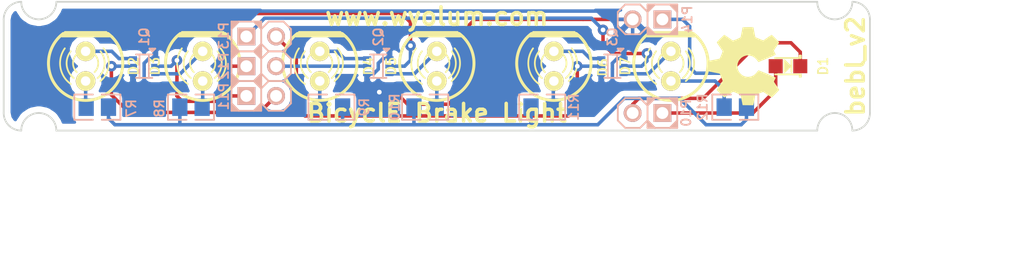
<source format=kicad_pcb>
(kicad_pcb (version 4) (host pcbnew 0.201504231001+5621~22~ubuntu14.10.1-product)

  (general
    (links 32)
    (no_connects 0)
    (area 25.192601 22.275 131.708334 92.1)
    (thickness 1.6)
    (drawings 28)
    (tracks 147)
    (zones 0)
    (modules 22)
    (nets 23)
  )

  (page A4)
  (layers
    (0 F.Cu signal)
    (31 B.Cu signal)
    (32 B.Adhes user)
    (33 F.Adhes user)
    (34 B.Paste user)
    (35 F.Paste user)
    (36 B.SilkS user)
    (37 F.SilkS user)
    (38 B.Mask user)
    (39 F.Mask user)
    (40 Dwgs.User user)
    (41 Cmts.User user)
    (42 Eco1.User user)
    (43 Eco2.User user)
    (44 Edge.Cuts user)
    (45 Margin user)
    (46 B.CrtYd user)
    (47 F.CrtYd user)
    (48 B.Fab user)
    (49 F.Fab user)
  )

  (setup
    (last_trace_width 0.3)
    (user_trace_width 0.2)
    (user_trace_width 0.3)
    (trace_clearance 0.15)
    (zone_clearance 0.508)
    (zone_45_only no)
    (trace_min 0.2)
    (segment_width 0.15)
    (edge_width 0.15)
    (via_size 0.9)
    (via_drill 0.4)
    (via_min_size 0.9)
    (via_min_drill 0.4)
    (uvia_size 0.508)
    (uvia_drill 0.127)
    (uvias_allowed no)
    (uvia_min_size 0.508)
    (uvia_min_drill 0.127)
    (pcb_text_width 0.15)
    (pcb_text_size 1 1)
    (mod_edge_width 0.15)
    (mod_text_size 0.8 0.8)
    (mod_text_width 0.15)
    (pad_size 2.8 2.8)
    (pad_drill 1.85)
    (pad_to_mask_clearance 0.2)
    (aux_axis_origin 0 0)
    (visible_elements 7FFFFF7F)
    (pcbplotparams
      (layerselection 0x011fc_80000001)
      (usegerberextensions true)
      (excludeedgelayer false)
      (linewidth 0.100000)
      (plotframeref false)
      (viasonmask true)
      (mode 1)
      (useauxorigin false)
      (hpglpennumber 1)
      (hpglpenspeed 20)
      (hpglpendiameter 15)
      (hpglpenoverlay 2)
      (psnegative false)
      (psa4output false)
      (plotreference true)
      (plotvalue true)
      (plotinvisibletext false)
      (padsonsilk false)
      (subtractmaskfromsilk true)
      (outputformat 1)
      (mirror false)
      (drillshape 0)
      (scaleselection 1)
      (outputdirectory gerber/))
  )

  (net 0 "")
  (net 1 "Net-(D2-Pad1)")
  (net 2 "Net-(D3-Pad1)")
  (net 3 "Net-(D4-Pad1)")
  (net 4 "Net-(D5-Pad1)")
  (net 5 "Net-(D1-Pad1)")
  (net 6 "Net-(D2-Pad2)")
  (net 7 "Net-(D3-Pad2)")
  (net 8 "Net-(D4-Pad2)")
  (net 9 "Net-(D5-Pad2)")
  (net 10 "Net-(D6-Pad1)")
  (net 11 "Net-(D6-Pad2)")
  (net 12 "Net-(D7-Pad1)")
  (net 13 "Net-(D7-Pad2)")
  (net 14 /LED_brd/3V3_LED)
  (net 15 /LED_brd/GND_LED)
  (net 16 /LED_brd/LEDK)
  (net 17 /LED_brd/LEDP1)
  (net 18 /LED_brd/LEDP2)
  (net 19 /LED_brd/LEDD3)
  (net 20 /LED_brd/LEDP4)
  (net 21 /LED_brd/LEDP5)
  (net 22 /LED_brd/LEDB6)

  (net_class Default "This is the default net class."
    (clearance 0.15)
    (trace_width 0.3)
    (via_dia 0.9)
    (via_drill 0.4)
    (uvia_dia 0.508)
    (uvia_drill 0.127)
    (add_net /LED_brd/3V3_LED)
    (add_net /LED_brd/GND_LED)
    (add_net /LED_brd/LEDB6)
    (add_net /LED_brd/LEDD3)
    (add_net /LED_brd/LEDK)
    (add_net /LED_brd/LEDP1)
    (add_net /LED_brd/LEDP2)
    (add_net /LED_brd/LEDP4)
    (add_net /LED_brd/LEDP5)
    (add_net "Net-(D1-Pad1)")
    (add_net "Net-(D2-Pad1)")
    (add_net "Net-(D2-Pad2)")
    (add_net "Net-(D3-Pad1)")
    (add_net "Net-(D3-Pad2)")
    (add_net "Net-(D4-Pad1)")
    (add_net "Net-(D4-Pad2)")
    (add_net "Net-(D5-Pad1)")
    (add_net "Net-(D5-Pad2)")
    (add_net "Net-(D6-Pad1)")
    (add_net "Net-(D6-Pad2)")
    (add_net "Net-(D7-Pad1)")
    (add_net "Net-(D7-Pad2)")
  )

  (net_class 0.2mm ""
    (clearance 0.15)
    (trace_width 0.2)
    (via_dia 0.9)
    (via_drill 0.4)
    (uvia_dia 0.508)
    (uvia_drill 0.127)
  )

  (module bebl_v2_pretty:pin_strip_2 (layer B.Cu) (tedit 54CB8C86) (tstamp 548F08E1)
    (at 92 54 180)
    (descr "Pin strip 2pin")
    (tags "CONN DEV")
    (path /54819582/5481AF2E)
    (fp_text reference P10 (at -3.3 0 270) (layer B.SilkS)
      (effects (font (size 0.8 0.8) (thickness 0.15)) (justify mirror))
    )
    (fp_text value LED_CHG (at 0 -3.1115 180) (layer B.SilkS) hide
      (effects (font (size 0.8 0.8) (thickness 0.15)) (justify mirror))
    )
    (fp_line (start -2.159 1.2065) (end -2.159 1.0795) (layer B.SilkS) (width 0.1524))
    (fp_line (start -2.286 1.2065) (end -2.286 0.9525) (layer B.SilkS) (width 0.1524))
    (fp_line (start -2.413 1.2065) (end -2.413 0.8255) (layer B.SilkS) (width 0.1524))
    (fp_line (start -0.381 1.2065) (end -0.381 1.0795) (layer B.SilkS) (width 0.1524))
    (fp_line (start -0.254 1.2065) (end -0.254 0.9525) (layer B.SilkS) (width 0.1524))
    (fp_line (start -0.127 1.2065) (end -0.127 0.8255) (layer B.SilkS) (width 0.1524))
    (fp_line (start -0.381 -1.2065) (end -0.381 -1.0795) (layer B.SilkS) (width 0.1524))
    (fp_line (start -0.254 -1.2065) (end -0.254 -0.9525) (layer B.SilkS) (width 0.1524))
    (fp_line (start -0.127 -1.2065) (end -0.127 -0.8255) (layer B.SilkS) (width 0.1524))
    (fp_line (start -2.159 -1.2065) (end -2.159 -1.0795) (layer B.SilkS) (width 0.1524))
    (fp_line (start -2.286 -1.2065) (end -2.286 -0.9525) (layer B.SilkS) (width 0.1524))
    (fp_line (start -2.413 -1.2065) (end -2.413 -0.8255) (layer B.SilkS) (width 0.1524))
    (fp_line (start -1.905 -1.27) (end -2.54 -1.27) (layer B.SilkS) (width 0.1524))
    (fp_line (start -2.54 -1.27) (end -2.54 -0.635) (layer B.SilkS) (width 0.1524))
    (fp_line (start 0 -0.635) (end 0 -1.27) (layer B.SilkS) (width 0.1524))
    (fp_line (start 0 -1.27) (end -0.635 -1.27) (layer B.SilkS) (width 0.1524))
    (fp_line (start -0.635 1.27) (end 0 1.27) (layer B.SilkS) (width 0.1524))
    (fp_line (start 0 1.27) (end 0 0.6985) (layer B.SilkS) (width 0.1524))
    (fp_line (start -2.54 0.635) (end -2.54 1.27) (layer B.SilkS) (width 0.1524))
    (fp_line (start -2.54 1.27) (end -1.905 1.27) (layer B.SilkS) (width 0.1524))
    (fp_line (start 0 0.635) (end 0 -0.635) (layer B.SilkS) (width 0.1524))
    (fp_line (start -2.54 0) (end -2.54 -0.635) (layer B.SilkS) (width 0.1524))
    (fp_line (start -2.54 -0.635) (end -1.905 -1.27) (layer B.SilkS) (width 0.1524))
    (fp_line (start -1.905 -1.27) (end -0.635 -1.27) (layer B.SilkS) (width 0.1524))
    (fp_line (start -0.635 -1.27) (end 0 -0.635) (layer B.SilkS) (width 0.1524))
    (fp_line (start 0 -0.635) (end 0.635 -1.27) (layer B.SilkS) (width 0.1524))
    (fp_line (start 0.635 -1.27) (end 1.905 -1.27) (layer B.SilkS) (width 0.1524))
    (fp_line (start 1.905 -1.27) (end 2.54 -0.635) (layer B.SilkS) (width 0.1524))
    (fp_line (start 2.54 -0.635) (end 2.54 0.635) (layer B.SilkS) (width 0.1524))
    (fp_line (start 2.54 0.635) (end 1.905 1.27) (layer B.SilkS) (width 0.1524))
    (fp_line (start 1.905 1.27) (end 0.635 1.27) (layer B.SilkS) (width 0.1524))
    (fp_line (start 0.635 1.27) (end 0 0.635) (layer B.SilkS) (width 0.1524))
    (fp_line (start 0 0.635) (end -0.635 1.27) (layer B.SilkS) (width 0.1524))
    (fp_line (start -0.635 1.27) (end -1.905 1.27) (layer B.SilkS) (width 0.1524))
    (fp_line (start -1.905 1.27) (end -2.54 0.635) (layer B.SilkS) (width 0.1524))
    (fp_line (start -2.54 0.635) (end -2.54 0) (layer B.SilkS) (width 0.1524))
    (pad 1 thru_hole rect (at -1.27 0 180) (size 1.524 1.524) (drill 1.016) (layers *.Cu *.Mask B.SilkS)
      (net 5 "Net-(D1-Pad1)"))
    (pad 2 thru_hole circle (at 1.27 0 180) (size 1.524 1.524) (drill 1.016) (layers *.Cu *.Mask B.SilkS)
      (net 16 /LED_brd/LEDK))
    (model /home/samata/projects-git/bebl_v2/kicad/3d_modules/pin_strip_2.wrl
      (at (xyz 0 0 0))
      (scale (xyz 1 1 1))
      (rotate (xyz 0 0 0))
    )
    (model /home/anool/projects-git/bebl_v2/kicad/3d_modules/pin_strip_2.wrl
      (at (xyz 0 0 0))
      (scale (xyz 1 1 1))
      (rotate (xyz 0 0 0))
    )
  )

  (module bebl_v2_pretty:pin_strip_2 (layer B.Cu) (tedit 54CB8C3E) (tstamp 548F0937)
    (at 59 50)
    (descr "Pin strip 2pin")
    (tags "CONN DEV")
    (path /54819582/5481DBFE)
    (fp_text reference P12 (at -3.2 0 90) (layer B.SilkS)
      (effects (font (size 0.8 0.8) (thickness 0.15)) (justify mirror))
    )
    (fp_text value LED_2 (at 0 -3.1115) (layer B.SilkS) hide
      (effects (font (size 0.8 0.8) (thickness 0.15)) (justify mirror))
    )
    (fp_line (start -2.159 1.2065) (end -2.159 1.0795) (layer B.SilkS) (width 0.1524))
    (fp_line (start -2.286 1.2065) (end -2.286 0.9525) (layer B.SilkS) (width 0.1524))
    (fp_line (start -2.413 1.2065) (end -2.413 0.8255) (layer B.SilkS) (width 0.1524))
    (fp_line (start -0.381 1.2065) (end -0.381 1.0795) (layer B.SilkS) (width 0.1524))
    (fp_line (start -0.254 1.2065) (end -0.254 0.9525) (layer B.SilkS) (width 0.1524))
    (fp_line (start -0.127 1.2065) (end -0.127 0.8255) (layer B.SilkS) (width 0.1524))
    (fp_line (start -0.381 -1.2065) (end -0.381 -1.0795) (layer B.SilkS) (width 0.1524))
    (fp_line (start -0.254 -1.2065) (end -0.254 -0.9525) (layer B.SilkS) (width 0.1524))
    (fp_line (start -0.127 -1.2065) (end -0.127 -0.8255) (layer B.SilkS) (width 0.1524))
    (fp_line (start -2.159 -1.2065) (end -2.159 -1.0795) (layer B.SilkS) (width 0.1524))
    (fp_line (start -2.286 -1.2065) (end -2.286 -0.9525) (layer B.SilkS) (width 0.1524))
    (fp_line (start -2.413 -1.2065) (end -2.413 -0.8255) (layer B.SilkS) (width 0.1524))
    (fp_line (start -1.905 -1.27) (end -2.54 -1.27) (layer B.SilkS) (width 0.1524))
    (fp_line (start -2.54 -1.27) (end -2.54 -0.635) (layer B.SilkS) (width 0.1524))
    (fp_line (start 0 -0.635) (end 0 -1.27) (layer B.SilkS) (width 0.1524))
    (fp_line (start 0 -1.27) (end -0.635 -1.27) (layer B.SilkS) (width 0.1524))
    (fp_line (start -0.635 1.27) (end 0 1.27) (layer B.SilkS) (width 0.1524))
    (fp_line (start 0 1.27) (end 0 0.6985) (layer B.SilkS) (width 0.1524))
    (fp_line (start -2.54 0.635) (end -2.54 1.27) (layer B.SilkS) (width 0.1524))
    (fp_line (start -2.54 1.27) (end -1.905 1.27) (layer B.SilkS) (width 0.1524))
    (fp_line (start 0 0.635) (end 0 -0.635) (layer B.SilkS) (width 0.1524))
    (fp_line (start -2.54 0) (end -2.54 -0.635) (layer B.SilkS) (width 0.1524))
    (fp_line (start -2.54 -0.635) (end -1.905 -1.27) (layer B.SilkS) (width 0.1524))
    (fp_line (start -1.905 -1.27) (end -0.635 -1.27) (layer B.SilkS) (width 0.1524))
    (fp_line (start -0.635 -1.27) (end 0 -0.635) (layer B.SilkS) (width 0.1524))
    (fp_line (start 0 -0.635) (end 0.635 -1.27) (layer B.SilkS) (width 0.1524))
    (fp_line (start 0.635 -1.27) (end 1.905 -1.27) (layer B.SilkS) (width 0.1524))
    (fp_line (start 1.905 -1.27) (end 2.54 -0.635) (layer B.SilkS) (width 0.1524))
    (fp_line (start 2.54 -0.635) (end 2.54 0.635) (layer B.SilkS) (width 0.1524))
    (fp_line (start 2.54 0.635) (end 1.905 1.27) (layer B.SilkS) (width 0.1524))
    (fp_line (start 1.905 1.27) (end 0.635 1.27) (layer B.SilkS) (width 0.1524))
    (fp_line (start 0.635 1.27) (end 0 0.635) (layer B.SilkS) (width 0.1524))
    (fp_line (start 0 0.635) (end -0.635 1.27) (layer B.SilkS) (width 0.1524))
    (fp_line (start -0.635 1.27) (end -1.905 1.27) (layer B.SilkS) (width 0.1524))
    (fp_line (start -1.905 1.27) (end -2.54 0.635) (layer B.SilkS) (width 0.1524))
    (fp_line (start -2.54 0.635) (end -2.54 0) (layer B.SilkS) (width 0.1524))
    (pad 1 thru_hole rect (at -1.27 0) (size 1.524 1.524) (drill 1.016) (layers *.Cu *.Mask B.SilkS)
      (net 19 /LED_brd/LEDD3))
    (pad 2 thru_hole circle (at 1.27 0) (size 1.524 1.524) (drill 1.016) (layers *.Cu *.Mask B.SilkS)
      (net 20 /LED_brd/LEDP4))
    (model /home/samata/projects-git/bebl_v2/kicad/3d_modules/pin_strip_2.wrl
      (at (xyz 0 0 0))
      (scale (xyz 1 1 1))
      (rotate (xyz 0 0 0))
    )
    (model /home/anool/projects-git/bebl_v2/kicad/3d_modules/pin_strip_2.wrl
      (at (xyz 0 0 0))
      (scale (xyz 1 1 1))
      (rotate (xyz 0 0 0))
    )
  )

  (module bebl_v2_pretty:pin_strip_2 (layer B.Cu) (tedit 54CB8C7B) (tstamp 54CA6D90)
    (at 92 46 180)
    (descr "Pin strip 2pin")
    (tags "CONN DEV")
    (path /54819582/5481DBF7)
    (fp_text reference P14 (at -3.4 0 270) (layer B.SilkS)
      (effects (font (size 0.8 0.8) (thickness 0.15)) (justify mirror))
    )
    (fp_text value LED_PWR (at 0 -3.1115 180) (layer B.SilkS) hide
      (effects (font (size 0.8 0.8) (thickness 0.15)) (justify mirror))
    )
    (fp_line (start -2.159 1.2065) (end -2.159 1.0795) (layer B.SilkS) (width 0.1524))
    (fp_line (start -2.286 1.2065) (end -2.286 0.9525) (layer B.SilkS) (width 0.1524))
    (fp_line (start -2.413 1.2065) (end -2.413 0.8255) (layer B.SilkS) (width 0.1524))
    (fp_line (start -0.381 1.2065) (end -0.381 1.0795) (layer B.SilkS) (width 0.1524))
    (fp_line (start -0.254 1.2065) (end -0.254 0.9525) (layer B.SilkS) (width 0.1524))
    (fp_line (start -0.127 1.2065) (end -0.127 0.8255) (layer B.SilkS) (width 0.1524))
    (fp_line (start -0.381 -1.2065) (end -0.381 -1.0795) (layer B.SilkS) (width 0.1524))
    (fp_line (start -0.254 -1.2065) (end -0.254 -0.9525) (layer B.SilkS) (width 0.1524))
    (fp_line (start -0.127 -1.2065) (end -0.127 -0.8255) (layer B.SilkS) (width 0.1524))
    (fp_line (start -2.159 -1.2065) (end -2.159 -1.0795) (layer B.SilkS) (width 0.1524))
    (fp_line (start -2.286 -1.2065) (end -2.286 -0.9525) (layer B.SilkS) (width 0.1524))
    (fp_line (start -2.413 -1.2065) (end -2.413 -0.8255) (layer B.SilkS) (width 0.1524))
    (fp_line (start -1.905 -1.27) (end -2.54 -1.27) (layer B.SilkS) (width 0.1524))
    (fp_line (start -2.54 -1.27) (end -2.54 -0.635) (layer B.SilkS) (width 0.1524))
    (fp_line (start 0 -0.635) (end 0 -1.27) (layer B.SilkS) (width 0.1524))
    (fp_line (start 0 -1.27) (end -0.635 -1.27) (layer B.SilkS) (width 0.1524))
    (fp_line (start -0.635 1.27) (end 0 1.27) (layer B.SilkS) (width 0.1524))
    (fp_line (start 0 1.27) (end 0 0.6985) (layer B.SilkS) (width 0.1524))
    (fp_line (start -2.54 0.635) (end -2.54 1.27) (layer B.SilkS) (width 0.1524))
    (fp_line (start -2.54 1.27) (end -1.905 1.27) (layer B.SilkS) (width 0.1524))
    (fp_line (start 0 0.635) (end 0 -0.635) (layer B.SilkS) (width 0.1524))
    (fp_line (start -2.54 0) (end -2.54 -0.635) (layer B.SilkS) (width 0.1524))
    (fp_line (start -2.54 -0.635) (end -1.905 -1.27) (layer B.SilkS) (width 0.1524))
    (fp_line (start -1.905 -1.27) (end -0.635 -1.27) (layer B.SilkS) (width 0.1524))
    (fp_line (start -0.635 -1.27) (end 0 -0.635) (layer B.SilkS) (width 0.1524))
    (fp_line (start 0 -0.635) (end 0.635 -1.27) (layer B.SilkS) (width 0.1524))
    (fp_line (start 0.635 -1.27) (end 1.905 -1.27) (layer B.SilkS) (width 0.1524))
    (fp_line (start 1.905 -1.27) (end 2.54 -0.635) (layer B.SilkS) (width 0.1524))
    (fp_line (start 2.54 -0.635) (end 2.54 0.635) (layer B.SilkS) (width 0.1524))
    (fp_line (start 2.54 0.635) (end 1.905 1.27) (layer B.SilkS) (width 0.1524))
    (fp_line (start 1.905 1.27) (end 0.635 1.27) (layer B.SilkS) (width 0.1524))
    (fp_line (start 0.635 1.27) (end 0 0.635) (layer B.SilkS) (width 0.1524))
    (fp_line (start 0 0.635) (end -0.635 1.27) (layer B.SilkS) (width 0.1524))
    (fp_line (start -0.635 1.27) (end -1.905 1.27) (layer B.SilkS) (width 0.1524))
    (fp_line (start -1.905 1.27) (end -2.54 0.635) (layer B.SilkS) (width 0.1524))
    (fp_line (start -2.54 0.635) (end -2.54 0) (layer B.SilkS) (width 0.1524))
    (pad 1 thru_hole rect (at -1.27 0 180) (size 1.524 1.524) (drill 1.016) (layers *.Cu *.Mask B.SilkS)
      (net 14 /LED_brd/3V3_LED))
    (pad 2 thru_hole circle (at 1.27 0 180) (size 1.524 1.524) (drill 1.016) (layers *.Cu *.Mask B.SilkS)
      (net 15 /LED_brd/GND_LED))
    (model /home/samata/projects-git/bebl_v2/kicad/3d_modules/pin_strip_2.wrl
      (at (xyz 0 0 0))
      (scale (xyz 1 1 1))
      (rotate (xyz 0 0 0))
    )
    (model /home/anool/projects-git/bebl_v2/kicad/3d_modules/pin_strip_2.wrl
      (at (xyz 0 0 0))
      (scale (xyz 1 1 1))
      (rotate (xyz 0 0 0))
    )
  )

  (module bebl_v2_pretty:r_0805 (layer B.Cu) (tedit 54CB8C0D) (tstamp 544E5767)
    (at 53 53.5)
    (descr "SMT resistor, 0805")
    (path /54819582/5481A872)
    (attr smd)
    (fp_text reference R8 (at -2.7 0.1 90) (layer B.SilkS)
      (effects (font (size 0.8 0.8) (thickness 0.15)) (justify mirror))
    )
    (fp_text value 22E (at 0 0) (layer B.SilkS) hide
      (effects (font (size 0.8 0.8) (thickness 0.15)) (justify mirror))
    )
    (fp_line (start 0.381 -1.0795) (end 1.9685 -1.0795) (layer B.SilkS) (width 0.1524))
    (fp_line (start 1.9685 -1.0795) (end 1.9685 1.0795) (layer B.SilkS) (width 0.1524))
    (fp_line (start 1.9685 1.0795) (end 0.381 1.0795) (layer B.SilkS) (width 0.1524))
    (fp_line (start -0.381 1.0795) (end -1.905 1.0795) (layer B.SilkS) (width 0.1524))
    (fp_line (start -1.905 1.0795) (end -1.9685 1.0795) (layer B.SilkS) (width 0.1524))
    (fp_line (start -1.9685 1.0795) (end -1.9685 -1.0795) (layer B.SilkS) (width 0.1524))
    (fp_line (start -1.9685 -1.0795) (end -0.381 -1.0795) (layer B.SilkS) (width 0.1524))
    (pad 1 smd rect (at 0.9525 0) (size 1.30048 1.4986) (layers B.Cu B.Paste B.Mask)
      (net 2 "Net-(D3-Pad1)"))
    (pad 2 smd rect (at -0.9525 0) (size 1.30048 1.4986) (layers B.Cu B.Paste B.Mask)
      (net 14 /LED_brd/3V3_LED))
    (model /home/samata/projects-git/bebl_v2/kicad/3d_modules/r_0805.wrl
      (at (xyz 0 0 0))
      (scale (xyz 1 1 1))
      (rotate (xyz 0 0 0))
    )
    (model /home/anool/projects-git/bebl_v2/kicad/3d_modules/r_0805.wrl
      (at (xyz 0 0 0))
      (scale (xyz 1 1 1))
      (rotate (xyz 0 0 0))
    )
  )

  (module bebl_v2_pretty:LED-5MM (layer F.Cu) (tedit 54CB8AEA) (tstamp 54545D2F)
    (at 94 50 90)
    (descr "LED 5mm - Lead pitch 100mil (2,54mm)")
    (tags "LED led 5mm 5MM 100mil 2,54mm")
    (path /54819582/5481A828)
    (fp_text reference D7 (at 0 -3.9 90) (layer F.SilkS)
      (effects (font (size 0.8 0.8) (thickness 0.15)))
    )
    (fp_text value LED_B (at 0 3.81 90) (layer F.SilkS) hide
      (effects (font (size 0.8 0.8) (thickness 0.15)))
    )
    (fp_line (start 2.921 1.778) (end 2.921 -1.778) (layer F.SilkS) (width 0.15))
    (fp_line (start 2.794 -1.905) (end 2.794 1.905) (layer F.SilkS) (width 0.15))
    (fp_line (start 2.667 2.032) (end 2.667 -1.905) (layer F.SilkS) (width 0.15))
    (fp_line (start 2.54 -2.032) (end 2.54 2.286) (layer F.SilkS) (width 0.15))
    (fp_arc (start 0.254 0) (end 1.524 1.524) (angle 90) (layer F.SilkS) (width 0.15))
    (fp_arc (start 0.254 0) (end 1.27 1.27) (angle 90) (layer F.SilkS) (width 0.15))
    (fp_arc (start 0.254 0) (end 1.016 0.762) (angle 90) (layer F.SilkS) (width 0.15))
    (fp_arc (start 0.254 0) (end -1.524 -1.27) (angle 90) (layer F.SilkS) (width 0.15))
    (fp_arc (start 0.254 0) (end -1.016 -1.016) (angle 90) (layer F.SilkS) (width 0.15))
    (fp_arc (start 0.254 0) (end -0.508 -0.762) (angle 90) (layer F.SilkS) (width 0.15))
    (fp_arc (start 0.254 0) (end 2.794 1.905) (angle 286.2) (layer F.SilkS) (width 0.254))
    (pad 1 thru_hole circle (at -1.27 0 90) (size 1.6764 1.6764) (drill 0.8128) (layers *.Cu *.Mask F.SilkS)
      (net 12 "Net-(D7-Pad1)"))
    (pad 2 thru_hole circle (at 1.27 0 90) (size 1.6764 1.6764) (drill 0.8128) (layers *.Cu *.Mask F.SilkS)
      (net 13 "Net-(D7-Pad2)"))
    (model /home/samata/projects-git/bebl_v2/kicad/3d_modules/led5_vertical.wrl
      (at (xyz 0 0 0))
      (scale (xyz 1 1 1))
      (rotate (xyz 0 0 0))
    )
    (model /home/anool/projects-git/bebl_v2/kicad/3d_modules/led5_vertical.wrl
      (at (xyz 0 0 0))
      (scale (xyz 1 1 1))
      (rotate (xyz 0 0 0))
    )
  )

  (module bebl_v2_pretty:LED-5MM locked (layer F.Cu) (tedit 54CB8B10) (tstamp 54545D40)
    (at 84 50 90)
    (descr "LED 5mm - Lead pitch 100mil (2,54mm)")
    (tags "LED led 5mm 5MM 100mil 2,54mm")
    (path /54819582/5481A821)
    (fp_text reference D6 (at -0.1 4.2 90) (layer F.SilkS)
      (effects (font (size 0.8 0.8) (thickness 0.15)))
    )
    (fp_text value LED_P (at 0 3.81 90) (layer F.SilkS) hide
      (effects (font (size 0.8 0.8) (thickness 0.15)))
    )
    (fp_line (start 2.921 1.778) (end 2.921 -1.778) (layer F.SilkS) (width 0.15))
    (fp_line (start 2.794 -1.905) (end 2.794 1.905) (layer F.SilkS) (width 0.15))
    (fp_line (start 2.667 2.032) (end 2.667 -1.905) (layer F.SilkS) (width 0.15))
    (fp_line (start 2.54 -2.032) (end 2.54 2.286) (layer F.SilkS) (width 0.15))
    (fp_arc (start 0.254 0) (end 1.524 1.524) (angle 90) (layer F.SilkS) (width 0.15))
    (fp_arc (start 0.254 0) (end 1.27 1.27) (angle 90) (layer F.SilkS) (width 0.15))
    (fp_arc (start 0.254 0) (end 1.016 0.762) (angle 90) (layer F.SilkS) (width 0.15))
    (fp_arc (start 0.254 0) (end -1.524 -1.27) (angle 90) (layer F.SilkS) (width 0.15))
    (fp_arc (start 0.254 0) (end -1.016 -1.016) (angle 90) (layer F.SilkS) (width 0.15))
    (fp_arc (start 0.254 0) (end -0.508 -0.762) (angle 90) (layer F.SilkS) (width 0.15))
    (fp_arc (start 0.254 0) (end 2.794 1.905) (angle 286.2) (layer F.SilkS) (width 0.254))
    (pad 1 thru_hole circle (at -1.27 0 90) (size 1.6764 1.6764) (drill 0.8128) (layers *.Cu *.Mask F.SilkS)
      (net 10 "Net-(D6-Pad1)"))
    (pad 2 thru_hole circle (at 1.27 0 90) (size 1.6764 1.6764) (drill 0.8128) (layers *.Cu *.Mask F.SilkS)
      (net 11 "Net-(D6-Pad2)"))
    (model /home/samata/projects-git/bebl_v2/kicad/3d_modules/led5_vertical.wrl
      (at (xyz 0 0 0))
      (scale (xyz 1 1 1))
      (rotate (xyz 0 0 0))
    )
    (model /home/anool/projects-git/bebl_v2/kicad/3d_modules/led5_vertical.wrl
      (at (xyz 0 0 0))
      (scale (xyz 1 1 1))
      (rotate (xyz 0 0 0))
    )
  )

  (module bebl_v2_pretty:LED-5MM locked (layer F.Cu) (tedit 54CB8AF3) (tstamp 54545D51)
    (at 74 50 90)
    (descr "LED 5mm - Lead pitch 100mil (2,54mm)")
    (tags "LED led 5mm 5MM 100mil 2,54mm")
    (path /54819582/5481A81A)
    (fp_text reference D5 (at 0 -3.9 90) (layer F.SilkS)
      (effects (font (size 0.8 0.8) (thickness 0.15)))
    )
    (fp_text value LED_P (at 0 3.81 90) (layer F.SilkS) hide
      (effects (font (size 0.8 0.8) (thickness 0.15)))
    )
    (fp_line (start 2.921 1.778) (end 2.921 -1.778) (layer F.SilkS) (width 0.15))
    (fp_line (start 2.794 -1.905) (end 2.794 1.905) (layer F.SilkS) (width 0.15))
    (fp_line (start 2.667 2.032) (end 2.667 -1.905) (layer F.SilkS) (width 0.15))
    (fp_line (start 2.54 -2.032) (end 2.54 2.286) (layer F.SilkS) (width 0.15))
    (fp_arc (start 0.254 0) (end 1.524 1.524) (angle 90) (layer F.SilkS) (width 0.15))
    (fp_arc (start 0.254 0) (end 1.27 1.27) (angle 90) (layer F.SilkS) (width 0.15))
    (fp_arc (start 0.254 0) (end 1.016 0.762) (angle 90) (layer F.SilkS) (width 0.15))
    (fp_arc (start 0.254 0) (end -1.524 -1.27) (angle 90) (layer F.SilkS) (width 0.15))
    (fp_arc (start 0.254 0) (end -1.016 -1.016) (angle 90) (layer F.SilkS) (width 0.15))
    (fp_arc (start 0.254 0) (end -0.508 -0.762) (angle 90) (layer F.SilkS) (width 0.15))
    (fp_arc (start 0.254 0) (end 2.794 1.905) (angle 286.2) (layer F.SilkS) (width 0.254))
    (pad 1 thru_hole circle (at -1.27 0 90) (size 1.6764 1.6764) (drill 0.8128) (layers *.Cu *.Mask F.SilkS)
      (net 4 "Net-(D5-Pad1)"))
    (pad 2 thru_hole circle (at 1.27 0 90) (size 1.6764 1.6764) (drill 0.8128) (layers *.Cu *.Mask F.SilkS)
      (net 9 "Net-(D5-Pad2)"))
    (model /home/samata/projects-git/bebl_v2/kicad/3d_modules/led5_vertical.wrl
      (at (xyz 0 0 0))
      (scale (xyz 1 1 1))
      (rotate (xyz 0 0 0))
    )
    (model /home/anool/projects-git/bebl_v2/kicad/3d_modules/led5_vertical.wrl
      (at (xyz 0 0 0))
      (scale (xyz 1 1 1))
      (rotate (xyz 0 0 0))
    )
  )

  (module bebl_v2_pretty:LED-5MM locked (layer F.Cu) (tedit 54CB8B07) (tstamp 54545D62)
    (at 64 50 90)
    (descr "LED 5mm - Lead pitch 100mil (2,54mm)")
    (tags "LED led 5mm 5MM 100mil 2,54mm")
    (path /54819582/5481A813)
    (fp_text reference D4 (at 0 4.2 90) (layer F.SilkS)
      (effects (font (size 0.8 0.8) (thickness 0.15)))
    )
    (fp_text value LED_D (at 0 3.81 90) (layer F.SilkS) hide
      (effects (font (size 0.8 0.8) (thickness 0.15)))
    )
    (fp_line (start 2.921 1.778) (end 2.921 -1.778) (layer F.SilkS) (width 0.15))
    (fp_line (start 2.794 -1.905) (end 2.794 1.905) (layer F.SilkS) (width 0.15))
    (fp_line (start 2.667 2.032) (end 2.667 -1.905) (layer F.SilkS) (width 0.15))
    (fp_line (start 2.54 -2.032) (end 2.54 2.286) (layer F.SilkS) (width 0.15))
    (fp_arc (start 0.254 0) (end 1.524 1.524) (angle 90) (layer F.SilkS) (width 0.15))
    (fp_arc (start 0.254 0) (end 1.27 1.27) (angle 90) (layer F.SilkS) (width 0.15))
    (fp_arc (start 0.254 0) (end 1.016 0.762) (angle 90) (layer F.SilkS) (width 0.15))
    (fp_arc (start 0.254 0) (end -1.524 -1.27) (angle 90) (layer F.SilkS) (width 0.15))
    (fp_arc (start 0.254 0) (end -1.016 -1.016) (angle 90) (layer F.SilkS) (width 0.15))
    (fp_arc (start 0.254 0) (end -0.508 -0.762) (angle 90) (layer F.SilkS) (width 0.15))
    (fp_arc (start 0.254 0) (end 2.794 1.905) (angle 286.2) (layer F.SilkS) (width 0.254))
    (pad 1 thru_hole circle (at -1.27 0 90) (size 1.6764 1.6764) (drill 0.8128) (layers *.Cu *.Mask F.SilkS)
      (net 3 "Net-(D4-Pad1)"))
    (pad 2 thru_hole circle (at 1.27 0 90) (size 1.6764 1.6764) (drill 0.8128) (layers *.Cu *.Mask F.SilkS)
      (net 8 "Net-(D4-Pad2)"))
    (model /home/samata/projects-git/bebl_v2/kicad/3d_modules/led5_vertical.wrl
      (at (xyz 0 0 0))
      (scale (xyz 1 1 1))
      (rotate (xyz 0 0 0))
    )
    (model /home/anool/projects-git/bebl_v2/kicad/3d_modules/led5_vertical.wrl
      (at (xyz 0 0 0))
      (scale (xyz 1 1 1))
      (rotate (xyz 0 0 0))
    )
  )

  (module bebl_v2_pretty:LED-5MM locked (layer F.Cu) (tedit 54CB8AF9) (tstamp 54545D73)
    (at 54 50 90)
    (descr "LED 5mm - Lead pitch 100mil (2,54mm)")
    (tags "LED led 5mm 5MM 100mil 2,54mm")
    (path /54819582/5481A80C)
    (fp_text reference D3 (at 0 -4.1 90) (layer F.SilkS)
      (effects (font (size 0.8 0.8) (thickness 0.15)))
    )
    (fp_text value LED_P (at 0 3.81 90) (layer F.SilkS) hide
      (effects (font (size 0.8 0.8) (thickness 0.15)))
    )
    (fp_line (start 2.921 1.778) (end 2.921 -1.778) (layer F.SilkS) (width 0.15))
    (fp_line (start 2.794 -1.905) (end 2.794 1.905) (layer F.SilkS) (width 0.15))
    (fp_line (start 2.667 2.032) (end 2.667 -1.905) (layer F.SilkS) (width 0.15))
    (fp_line (start 2.54 -2.032) (end 2.54 2.286) (layer F.SilkS) (width 0.15))
    (fp_arc (start 0.254 0) (end 1.524 1.524) (angle 90) (layer F.SilkS) (width 0.15))
    (fp_arc (start 0.254 0) (end 1.27 1.27) (angle 90) (layer F.SilkS) (width 0.15))
    (fp_arc (start 0.254 0) (end 1.016 0.762) (angle 90) (layer F.SilkS) (width 0.15))
    (fp_arc (start 0.254 0) (end -1.524 -1.27) (angle 90) (layer F.SilkS) (width 0.15))
    (fp_arc (start 0.254 0) (end -1.016 -1.016) (angle 90) (layer F.SilkS) (width 0.15))
    (fp_arc (start 0.254 0) (end -0.508 -0.762) (angle 90) (layer F.SilkS) (width 0.15))
    (fp_arc (start 0.254 0) (end 2.794 1.905) (angle 286.2) (layer F.SilkS) (width 0.254))
    (pad 1 thru_hole circle (at -1.27 0 90) (size 1.6764 1.6764) (drill 0.8128) (layers *.Cu *.Mask F.SilkS)
      (net 2 "Net-(D3-Pad1)"))
    (pad 2 thru_hole circle (at 1.27 0 90) (size 1.6764 1.6764) (drill 0.8128) (layers *.Cu *.Mask F.SilkS)
      (net 7 "Net-(D3-Pad2)"))
    (model /home/samata/projects-git/bebl_v2/kicad/3d_modules/led5_vertical.wrl
      (at (xyz 0 0 0))
      (scale (xyz 1 1 1))
      (rotate (xyz 0 0 0))
    )
    (model /home/anool/projects-git/bebl_v2/kicad/3d_modules/led5_vertical.wrl
      (at (xyz 0 0 0))
      (scale (xyz 1 1 1))
      (rotate (xyz 0 0 0))
    )
  )

  (module bebl_v2_pretty:LED-5MM locked (layer F.Cu) (tedit 54CB8B0B) (tstamp 54545D84)
    (at 44 50 90)
    (descr "LED 5mm - Lead pitch 100mil (2,54mm)")
    (tags "LED led 5mm 5MM 100mil 2,54mm")
    (path /54819582/5481A805)
    (fp_text reference D2 (at 0 4.1 90) (layer F.SilkS)
      (effects (font (size 0.8 0.8) (thickness 0.15)))
    )
    (fp_text value LED_P (at 0 3.81 90) (layer F.SilkS) hide
      (effects (font (size 0.8 0.8) (thickness 0.15)))
    )
    (fp_line (start 2.921 1.778) (end 2.921 -1.778) (layer F.SilkS) (width 0.15))
    (fp_line (start 2.794 -1.905) (end 2.794 1.905) (layer F.SilkS) (width 0.15))
    (fp_line (start 2.667 2.032) (end 2.667 -1.905) (layer F.SilkS) (width 0.15))
    (fp_line (start 2.54 -2.032) (end 2.54 2.286) (layer F.SilkS) (width 0.15))
    (fp_arc (start 0.254 0) (end 1.524 1.524) (angle 90) (layer F.SilkS) (width 0.15))
    (fp_arc (start 0.254 0) (end 1.27 1.27) (angle 90) (layer F.SilkS) (width 0.15))
    (fp_arc (start 0.254 0) (end 1.016 0.762) (angle 90) (layer F.SilkS) (width 0.15))
    (fp_arc (start 0.254 0) (end -1.524 -1.27) (angle 90) (layer F.SilkS) (width 0.15))
    (fp_arc (start 0.254 0) (end -1.016 -1.016) (angle 90) (layer F.SilkS) (width 0.15))
    (fp_arc (start 0.254 0) (end -0.508 -0.762) (angle 90) (layer F.SilkS) (width 0.15))
    (fp_arc (start 0.254 0) (end 2.794 1.905) (angle 286.2) (layer F.SilkS) (width 0.254))
    (pad 1 thru_hole circle (at -1.27 0 90) (size 1.6764 1.6764) (drill 0.8128) (layers *.Cu *.Mask F.SilkS)
      (net 1 "Net-(D2-Pad1)"))
    (pad 2 thru_hole circle (at 1.27 0 90) (size 1.6764 1.6764) (drill 0.8128) (layers *.Cu *.Mask F.SilkS)
      (net 6 "Net-(D2-Pad2)"))
    (model /home/samata/projects-git/bebl_v2/kicad/3d_modules/led5_vertical.wrl
      (at (xyz 0 0 0))
      (scale (xyz 1 1 1))
      (rotate (xyz 0 0 0))
    )
    (model /home/anool/projects-git/bebl_v2/kicad/3d_modules/led5_vertical.wrl
      (at (xyz 0 0 0))
      (scale (xyz 1 1 1))
      (rotate (xyz 0 0 0))
    )
  )

  (module bebl_v2_pretty:LED-0805 (layer F.Cu) (tedit 54D0BD96) (tstamp 54545DB2)
    (at 104 50)
    (descr "LED 0805 smd package")
    (tags "LED 0805 SMD")
    (path /54819582/5481AF27)
    (attr smd)
    (fp_text reference D1 (at 3 0 90) (layer F.SilkS)
      (effects (font (size 0.8 0.8) (thickness 0.15)))
    )
    (fp_text value CHG (at 0 1.75) (layer F.SilkS) hide
      (effects (font (size 0.8 0.8) (thickness 0.15)))
    )
    (fp_line (start 0.3 -0.5) (end 0.3 0.5) (layer F.SilkS) (width 0.15))
    (fp_line (start 0.1 0.1) (end 0.1 -0.1) (layer F.SilkS) (width 0.15))
    (fp_line (start 0 -0.2) (end 0 0.2) (layer F.SilkS) (width 0.15))
    (fp_line (start -0.1 0.3) (end -0.1 -0.3) (layer F.SilkS) (width 0.15))
    (fp_line (start -0.2 -0.4) (end -0.2 0.4) (layer F.SilkS) (width 0.15))
    (fp_line (start -0.3 -0.5) (end -0.3 0.5) (layer F.SilkS) (width 0.15))
    (fp_line (start -0.3 0.5) (end 0.2 0) (layer F.SilkS) (width 0.15))
    (fp_line (start 0.2 0) (end -0.3 -0.5) (layer F.SilkS) (width 0.15))
    (fp_line (start 1.1 0.7) (end 1.1 0.9) (layer F.SilkS) (width 0.15))
    (fp_line (start 1.1 0.9) (end 1 0.9) (layer F.SilkS) (width 0.15))
    (fp_line (start 1 0.9) (end 1 0.7) (layer F.SilkS) (width 0.15))
    (fp_line (start 1.1 -0.7) (end 1.1 -0.9) (layer F.SilkS) (width 0.15))
    (fp_line (start 1.1 -0.9) (end 1 -0.9) (layer F.SilkS) (width 0.15))
    (fp_line (start 1 -0.9) (end 1 -0.7) (layer F.SilkS) (width 0.15))
    (fp_line (start -1.1 -0.7) (end 1.1 -0.7) (layer F.SilkS) (width 0.15))
    (fp_line (start 1.1 0.7) (end -1.1 0.7) (layer F.SilkS) (width 0.15))
    (pad 1 smd rect (at -1.05 0) (size 1.2 1.2) (layers F.Cu F.Paste F.Mask)
      (net 5 "Net-(D1-Pad1)"))
    (pad 2 smd rect (at 1.05 0) (size 1.2 1.2) (layers F.Cu F.Paste F.Mask)
      (net 16 /LED_brd/LEDK))
    (model /home/samata/projects-git/bebl_v2/kicad/3d_modules/cree_clm3c.wrl
      (at (xyz 0 0 0))
      (scale (xyz 1 1 1))
      (rotate (xyz 0 0 0))
    )
    (model /home/anool/projects-git/bebl_v2/kicad/3d_modules/cree_clm3c.wrl
      (at (xyz 0 0 0))
      (scale (xyz 1 1 1))
      (rotate (xyz 0 0 0))
    )
  )

  (module bebl_v2_pretty:pin_strip_2 (layer B.Cu) (tedit 54CB8C56) (tstamp 548F0486)
    (at 59 47.46)
    (descr "Pin strip 2pin")
    (tags "CONN DEV")
    (path /54819582/5481DC05)
    (fp_text reference P13 (at -3.2 -0.06 90) (layer B.SilkS)
      (effects (font (size 0.8 0.8) (thickness 0.15)) (justify mirror))
    )
    (fp_text value LED_3 (at 0 3.1115) (layer B.SilkS) hide
      (effects (font (size 0.762 0.762) (thickness 0.1016)) (justify mirror))
    )
    (fp_line (start -2.159 1.2065) (end -2.159 1.0795) (layer B.SilkS) (width 0.1524))
    (fp_line (start -2.286 1.2065) (end -2.286 0.9525) (layer B.SilkS) (width 0.1524))
    (fp_line (start -2.413 1.2065) (end -2.413 0.8255) (layer B.SilkS) (width 0.1524))
    (fp_line (start -0.381 1.2065) (end -0.381 1.0795) (layer B.SilkS) (width 0.1524))
    (fp_line (start -0.254 1.2065) (end -0.254 0.9525) (layer B.SilkS) (width 0.1524))
    (fp_line (start -0.127 1.2065) (end -0.127 0.8255) (layer B.SilkS) (width 0.1524))
    (fp_line (start -0.381 -1.2065) (end -0.381 -1.0795) (layer B.SilkS) (width 0.1524))
    (fp_line (start -0.254 -1.2065) (end -0.254 -0.9525) (layer B.SilkS) (width 0.1524))
    (fp_line (start -0.127 -1.2065) (end -0.127 -0.8255) (layer B.SilkS) (width 0.1524))
    (fp_line (start -2.159 -1.2065) (end -2.159 -1.0795) (layer B.SilkS) (width 0.1524))
    (fp_line (start -2.286 -1.2065) (end -2.286 -0.9525) (layer B.SilkS) (width 0.1524))
    (fp_line (start -2.413 -1.2065) (end -2.413 -0.8255) (layer B.SilkS) (width 0.1524))
    (fp_line (start -1.905 -1.27) (end -2.54 -1.27) (layer B.SilkS) (width 0.1524))
    (fp_line (start -2.54 -1.27) (end -2.54 -0.635) (layer B.SilkS) (width 0.1524))
    (fp_line (start 0 -0.635) (end 0 -1.27) (layer B.SilkS) (width 0.1524))
    (fp_line (start 0 -1.27) (end -0.635 -1.27) (layer B.SilkS) (width 0.1524))
    (fp_line (start -0.635 1.27) (end 0 1.27) (layer B.SilkS) (width 0.1524))
    (fp_line (start 0 1.27) (end 0 0.6985) (layer B.SilkS) (width 0.1524))
    (fp_line (start -2.54 0.635) (end -2.54 1.27) (layer B.SilkS) (width 0.1524))
    (fp_line (start -2.54 1.27) (end -1.905 1.27) (layer B.SilkS) (width 0.1524))
    (fp_line (start 0 0.635) (end 0 -0.635) (layer B.SilkS) (width 0.1524))
    (fp_line (start -2.54 0) (end -2.54 -0.635) (layer B.SilkS) (width 0.1524))
    (fp_line (start -2.54 -0.635) (end -1.905 -1.27) (layer B.SilkS) (width 0.1524))
    (fp_line (start -1.905 -1.27) (end -0.635 -1.27) (layer B.SilkS) (width 0.1524))
    (fp_line (start -0.635 -1.27) (end 0 -0.635) (layer B.SilkS) (width 0.1524))
    (fp_line (start 0 -0.635) (end 0.635 -1.27) (layer B.SilkS) (width 0.1524))
    (fp_line (start 0.635 -1.27) (end 1.905 -1.27) (layer B.SilkS) (width 0.1524))
    (fp_line (start 1.905 -1.27) (end 2.54 -0.635) (layer B.SilkS) (width 0.1524))
    (fp_line (start 2.54 -0.635) (end 2.54 0.635) (layer B.SilkS) (width 0.1524))
    (fp_line (start 2.54 0.635) (end 1.905 1.27) (layer B.SilkS) (width 0.1524))
    (fp_line (start 1.905 1.27) (end 0.635 1.27) (layer B.SilkS) (width 0.1524))
    (fp_line (start 0.635 1.27) (end 0 0.635) (layer B.SilkS) (width 0.1524))
    (fp_line (start 0 0.635) (end -0.635 1.27) (layer B.SilkS) (width 0.1524))
    (fp_line (start -0.635 1.27) (end -1.905 1.27) (layer B.SilkS) (width 0.1524))
    (fp_line (start -1.905 1.27) (end -2.54 0.635) (layer B.SilkS) (width 0.1524))
    (fp_line (start -2.54 0.635) (end -2.54 0) (layer B.SilkS) (width 0.1524))
    (pad 1 thru_hole rect (at -1.27 0) (size 1.524 1.524) (drill 1.016) (layers *.Cu *.Mask B.SilkS)
      (net 21 /LED_brd/LEDP5))
    (pad 2 thru_hole circle (at 1.27 0) (size 1.524 1.524) (drill 1.016) (layers *.Cu *.Mask B.SilkS)
      (net 22 /LED_brd/LEDB6))
    (model /home/samata/projects-git/bebl_v2/kicad/3d_modules/pin_strip_2.wrl
      (at (xyz 0 0 0))
      (scale (xyz 1 1 1))
      (rotate (xyz 0 0 0))
    )
    (model /home/anool/projects-git/bebl_v2/kicad/3d_modules/pin_strip_2.wrl
      (at (xyz 0 0 0))
      (scale (xyz 1 1 1))
      (rotate (xyz 0 0 0))
    )
  )

  (module bebl_v2_pretty:pin_strip_2 (layer B.Cu) (tedit 54CB8C5D) (tstamp 54CB900F)
    (at 59 52.54)
    (descr "Pin strip 2pin")
    (tags "CONN DEV")
    (path /54819582/5481DC0C)
    (fp_text reference P11 (at -3.2 0.06 90) (layer B.SilkS)
      (effects (font (size 0.8 0.8) (thickness 0.15)) (justify mirror))
    )
    (fp_text value LED_1 (at 0 3.1115) (layer B.SilkS) hide
      (effects (font (size 0.762 0.762) (thickness 0.1016)) (justify mirror))
    )
    (fp_line (start -2.159 1.2065) (end -2.159 1.0795) (layer B.SilkS) (width 0.1524))
    (fp_line (start -2.286 1.2065) (end -2.286 0.9525) (layer B.SilkS) (width 0.1524))
    (fp_line (start -2.413 1.2065) (end -2.413 0.8255) (layer B.SilkS) (width 0.1524))
    (fp_line (start -0.381 1.2065) (end -0.381 1.0795) (layer B.SilkS) (width 0.1524))
    (fp_line (start -0.254 1.2065) (end -0.254 0.9525) (layer B.SilkS) (width 0.1524))
    (fp_line (start -0.127 1.2065) (end -0.127 0.8255) (layer B.SilkS) (width 0.1524))
    (fp_line (start -0.381 -1.2065) (end -0.381 -1.0795) (layer B.SilkS) (width 0.1524))
    (fp_line (start -0.254 -1.2065) (end -0.254 -0.9525) (layer B.SilkS) (width 0.1524))
    (fp_line (start -0.127 -1.2065) (end -0.127 -0.8255) (layer B.SilkS) (width 0.1524))
    (fp_line (start -2.159 -1.2065) (end -2.159 -1.0795) (layer B.SilkS) (width 0.1524))
    (fp_line (start -2.286 -1.2065) (end -2.286 -0.9525) (layer B.SilkS) (width 0.1524))
    (fp_line (start -2.413 -1.2065) (end -2.413 -0.8255) (layer B.SilkS) (width 0.1524))
    (fp_line (start -1.905 -1.27) (end -2.54 -1.27) (layer B.SilkS) (width 0.1524))
    (fp_line (start -2.54 -1.27) (end -2.54 -0.635) (layer B.SilkS) (width 0.1524))
    (fp_line (start 0 -0.635) (end 0 -1.27) (layer B.SilkS) (width 0.1524))
    (fp_line (start 0 -1.27) (end -0.635 -1.27) (layer B.SilkS) (width 0.1524))
    (fp_line (start -0.635 1.27) (end 0 1.27) (layer B.SilkS) (width 0.1524))
    (fp_line (start 0 1.27) (end 0 0.6985) (layer B.SilkS) (width 0.1524))
    (fp_line (start -2.54 0.635) (end -2.54 1.27) (layer B.SilkS) (width 0.1524))
    (fp_line (start -2.54 1.27) (end -1.905 1.27) (layer B.SilkS) (width 0.1524))
    (fp_line (start 0 0.635) (end 0 -0.635) (layer B.SilkS) (width 0.1524))
    (fp_line (start -2.54 0) (end -2.54 -0.635) (layer B.SilkS) (width 0.1524))
    (fp_line (start -2.54 -0.635) (end -1.905 -1.27) (layer B.SilkS) (width 0.1524))
    (fp_line (start -1.905 -1.27) (end -0.635 -1.27) (layer B.SilkS) (width 0.1524))
    (fp_line (start -0.635 -1.27) (end 0 -0.635) (layer B.SilkS) (width 0.1524))
    (fp_line (start 0 -0.635) (end 0.635 -1.27) (layer B.SilkS) (width 0.1524))
    (fp_line (start 0.635 -1.27) (end 1.905 -1.27) (layer B.SilkS) (width 0.1524))
    (fp_line (start 1.905 -1.27) (end 2.54 -0.635) (layer B.SilkS) (width 0.1524))
    (fp_line (start 2.54 -0.635) (end 2.54 0.635) (layer B.SilkS) (width 0.1524))
    (fp_line (start 2.54 0.635) (end 1.905 1.27) (layer B.SilkS) (width 0.1524))
    (fp_line (start 1.905 1.27) (end 0.635 1.27) (layer B.SilkS) (width 0.1524))
    (fp_line (start 0.635 1.27) (end 0 0.635) (layer B.SilkS) (width 0.1524))
    (fp_line (start 0 0.635) (end -0.635 1.27) (layer B.SilkS) (width 0.1524))
    (fp_line (start -0.635 1.27) (end -1.905 1.27) (layer B.SilkS) (width 0.1524))
    (fp_line (start -1.905 1.27) (end -2.54 0.635) (layer B.SilkS) (width 0.1524))
    (fp_line (start -2.54 0.635) (end -2.54 0) (layer B.SilkS) (width 0.1524))
    (pad 1 thru_hole rect (at -1.27 0) (size 1.524 1.524) (drill 1.016) (layers *.Cu *.Mask B.SilkS)
      (net 17 /LED_brd/LEDP1))
    (pad 2 thru_hole circle (at 1.27 0) (size 1.524 1.524) (drill 1.016) (layers *.Cu *.Mask B.SilkS)
      (net 18 /LED_brd/LEDP2))
    (model /home/samata/projects-git/bebl_v2/kicad/3d_modules/pin_strip_2.wrl
      (at (xyz 0 0 0))
      (scale (xyz 1 1 1))
      (rotate (xyz 0 0 0))
    )
    (model /home/anool/projects-git/bebl_v2/kicad/3d_modules/pin_strip_2.wrl
      (at (xyz 0 0 0))
      (scale (xyz 1 1 1))
      (rotate (xyz 0 0 0))
    )
  )

  (module bebl_v2_pretty:r_0805 (layer B.Cu) (tedit 54CB8C18) (tstamp 548F04B6)
    (at 45 53.5 180)
    (descr "SMT resistor, 0805")
    (path /54819582/5481A86B)
    (attr smd)
    (fp_text reference R7 (at -2.9 -0.1 270) (layer B.SilkS)
      (effects (font (size 0.8 0.8) (thickness 0.15)) (justify mirror))
    )
    (fp_text value 22E (at 0 -1.7145 180) (layer B.SilkS) hide
      (effects (font (size 0.762 0.762) (thickness 0.1016)) (justify mirror))
    )
    (fp_line (start 0.381 -1.0795) (end 1.9685 -1.0795) (layer B.SilkS) (width 0.1524))
    (fp_line (start 1.9685 -1.0795) (end 1.9685 1.0795) (layer B.SilkS) (width 0.1524))
    (fp_line (start 1.9685 1.0795) (end 0.381 1.0795) (layer B.SilkS) (width 0.1524))
    (fp_line (start -0.381 1.0795) (end -1.905 1.0795) (layer B.SilkS) (width 0.1524))
    (fp_line (start -1.905 1.0795) (end -1.9685 1.0795) (layer B.SilkS) (width 0.1524))
    (fp_line (start -1.9685 1.0795) (end -1.9685 -1.0795) (layer B.SilkS) (width 0.1524))
    (fp_line (start -1.9685 -1.0795) (end -0.381 -1.0795) (layer B.SilkS) (width 0.1524))
    (pad 1 smd rect (at 0.9525 0 180) (size 1.30048 1.4986) (layers B.Cu B.Paste B.Mask)
      (net 1 "Net-(D2-Pad1)"))
    (pad 2 smd rect (at -0.9525 0 180) (size 1.30048 1.4986) (layers B.Cu B.Paste B.Mask)
      (net 14 /LED_brd/3V3_LED))
    (model /home/samata/projects-git/bebl_v2/kicad/3d_modules/r_0805.wrl
      (at (xyz 0 0 0))
      (scale (xyz 1 1 1))
      (rotate (xyz 0 0 0))
    )
    (model /home/anool/projects-git/bebl_v2/kicad/3d_modules/r_0805.wrl
      (at (xyz 0 0 0))
      (scale (xyz 1 1 1))
      (rotate (xyz 0 0 0))
    )
  )

  (module bebl_v2_pretty:r_0805 (layer B.Cu) (tedit 54CC6F74) (tstamp 548F04BC)
    (at 65 53.5 180)
    (descr "SMT resistor, 0805")
    (path /54819582/5481A879)
    (attr smd)
    (fp_text reference R9 (at -2.8 0 270) (layer B.SilkS)
      (effects (font (size 0.8 0.8) (thickness 0.15)) (justify mirror))
    )
    (fp_text value 22E (at 0 -1.7145 180) (layer B.SilkS) hide
      (effects (font (size 0.762 0.762) (thickness 0.1016)) (justify mirror))
    )
    (fp_line (start 0.381 -1.0795) (end 1.9685 -1.0795) (layer B.SilkS) (width 0.1524))
    (fp_line (start 1.9685 -1.0795) (end 1.9685 1.0795) (layer B.SilkS) (width 0.1524))
    (fp_line (start 1.9685 1.0795) (end 0.381 1.0795) (layer B.SilkS) (width 0.1524))
    (fp_line (start -0.381 1.0795) (end -1.905 1.0795) (layer B.SilkS) (width 0.1524))
    (fp_line (start -1.905 1.0795) (end -1.9685 1.0795) (layer B.SilkS) (width 0.1524))
    (fp_line (start -1.9685 1.0795) (end -1.9685 -1.0795) (layer B.SilkS) (width 0.1524))
    (fp_line (start -1.9685 -1.0795) (end -0.381 -1.0795) (layer B.SilkS) (width 0.1524))
    (pad 1 smd rect (at 0.9525 0 180) (size 1.30048 1.4986) (layers B.Cu B.Paste B.Mask)
      (net 3 "Net-(D4-Pad1)"))
    (pad 2 smd rect (at -0.9525 0 180) (size 1.30048 1.4986) (layers B.Cu B.Paste B.Mask)
      (net 14 /LED_brd/3V3_LED))
    (model /home/samata/projects-git/bebl_v2/kicad/3d_modules/r_0805.wrl
      (at (xyz 0 0 0))
      (scale (xyz 1 1 1))
      (rotate (xyz 0 0 0))
    )
    (model /home/anool/projects-git/bebl_v2/kicad/3d_modules/r_0805.wrl
      (at (xyz 0 0 0))
      (scale (xyz 1 1 1))
      (rotate (xyz 0 0 0))
    )
  )

  (module bebl_v2_pretty:r_0805 (layer B.Cu) (tedit 54CC6F80) (tstamp 548F04C2)
    (at 73 53.5)
    (descr "SMT resistor, 0805")
    (path /54819582/5481A880)
    (attr smd)
    (fp_text reference R10 (at -2.6 0 90) (layer B.SilkS)
      (effects (font (size 0.8 0.8) (thickness 0.15)) (justify mirror))
    )
    (fp_text value 22E (at 0 -1.7145) (layer B.SilkS) hide
      (effects (font (size 0.762 0.762) (thickness 0.1016)) (justify mirror))
    )
    (fp_line (start 0.381 -1.0795) (end 1.9685 -1.0795) (layer B.SilkS) (width 0.1524))
    (fp_line (start 1.9685 -1.0795) (end 1.9685 1.0795) (layer B.SilkS) (width 0.1524))
    (fp_line (start 1.9685 1.0795) (end 0.381 1.0795) (layer B.SilkS) (width 0.1524))
    (fp_line (start -0.381 1.0795) (end -1.905 1.0795) (layer B.SilkS) (width 0.1524))
    (fp_line (start -1.905 1.0795) (end -1.9685 1.0795) (layer B.SilkS) (width 0.1524))
    (fp_line (start -1.9685 1.0795) (end -1.9685 -1.0795) (layer B.SilkS) (width 0.1524))
    (fp_line (start -1.9685 -1.0795) (end -0.381 -1.0795) (layer B.SilkS) (width 0.1524))
    (pad 1 smd rect (at 0.9525 0) (size 1.30048 1.4986) (layers B.Cu B.Paste B.Mask)
      (net 4 "Net-(D5-Pad1)"))
    (pad 2 smd rect (at -0.9525 0) (size 1.30048 1.4986) (layers B.Cu B.Paste B.Mask)
      (net 14 /LED_brd/3V3_LED))
    (model /home/samata/projects-git/bebl_v2/kicad/3d_modules/r_0805.wrl
      (at (xyz 0 0 0))
      (scale (xyz 1 1 1))
      (rotate (xyz 0 0 0))
    )
    (model /home/anool/projects-git/bebl_v2/kicad/3d_modules/r_0805.wrl
      (at (xyz 0 0 0))
      (scale (xyz 1 1 1))
      (rotate (xyz 0 0 0))
    )
  )

  (module bebl_v2_pretty:r_0805 (layer B.Cu) (tedit 54CC6F8C) (tstamp 548F04C8)
    (at 83 53.5)
    (descr "SMT resistor, 0805")
    (path /54819582/5481A887)
    (attr smd)
    (fp_text reference R11 (at 2.7 0 90) (layer B.SilkS)
      (effects (font (size 0.8 0.8) (thickness 0.15)) (justify mirror))
    )
    (fp_text value 22E (at 0 -1.7145) (layer B.SilkS) hide
      (effects (font (size 0.762 0.762) (thickness 0.1016)) (justify mirror))
    )
    (fp_line (start 0.381 -1.0795) (end 1.9685 -1.0795) (layer B.SilkS) (width 0.1524))
    (fp_line (start 1.9685 -1.0795) (end 1.9685 1.0795) (layer B.SilkS) (width 0.1524))
    (fp_line (start 1.9685 1.0795) (end 0.381 1.0795) (layer B.SilkS) (width 0.1524))
    (fp_line (start -0.381 1.0795) (end -1.905 1.0795) (layer B.SilkS) (width 0.1524))
    (fp_line (start -1.905 1.0795) (end -1.9685 1.0795) (layer B.SilkS) (width 0.1524))
    (fp_line (start -1.9685 1.0795) (end -1.9685 -1.0795) (layer B.SilkS) (width 0.1524))
    (fp_line (start -1.9685 -1.0795) (end -0.381 -1.0795) (layer B.SilkS) (width 0.1524))
    (pad 1 smd rect (at 0.9525 0) (size 1.30048 1.4986) (layers B.Cu B.Paste B.Mask)
      (net 10 "Net-(D6-Pad1)"))
    (pad 2 smd rect (at -0.9525 0) (size 1.30048 1.4986) (layers B.Cu B.Paste B.Mask)
      (net 14 /LED_brd/3V3_LED))
    (model /home/samata/projects-git/bebl_v2/kicad/3d_modules/r_0805.wrl
      (at (xyz 0 0 0))
      (scale (xyz 1 1 1))
      (rotate (xyz 0 0 0))
    )
    (model /home/anool/projects-git/bebl_v2/kicad/3d_modules/r_0805.wrl
      (at (xyz 0 0 0))
      (scale (xyz 1 1 1))
      (rotate (xyz 0 0 0))
    )
  )

  (module bebl_v2_pretty:r_0805 (layer B.Cu) (tedit 54CC6F97) (tstamp 548F04CE)
    (at 99.5 53.5 180)
    (descr "SMT resistor, 0805")
    (path /54819582/5481A88E)
    (attr smd)
    (fp_text reference R12 (at 2.8 0 270) (layer B.SilkS)
      (effects (font (size 0.8 0.8) (thickness 0.15)) (justify mirror))
    )
    (fp_text value 22E (at 0 -1.7145 180) (layer B.SilkS) hide
      (effects (font (size 0.762 0.762) (thickness 0.1016)) (justify mirror))
    )
    (fp_line (start 0.381 -1.0795) (end 1.9685 -1.0795) (layer B.SilkS) (width 0.1524))
    (fp_line (start 1.9685 -1.0795) (end 1.9685 1.0795) (layer B.SilkS) (width 0.1524))
    (fp_line (start 1.9685 1.0795) (end 0.381 1.0795) (layer B.SilkS) (width 0.1524))
    (fp_line (start -0.381 1.0795) (end -1.905 1.0795) (layer B.SilkS) (width 0.1524))
    (fp_line (start -1.905 1.0795) (end -1.9685 1.0795) (layer B.SilkS) (width 0.1524))
    (fp_line (start -1.9685 1.0795) (end -1.9685 -1.0795) (layer B.SilkS) (width 0.1524))
    (fp_line (start -1.9685 -1.0795) (end -0.381 -1.0795) (layer B.SilkS) (width 0.1524))
    (pad 1 smd rect (at 0.9525 0 180) (size 1.30048 1.4986) (layers B.Cu B.Paste B.Mask)
      (net 12 "Net-(D7-Pad1)"))
    (pad 2 smd rect (at -0.9525 0 180) (size 1.30048 1.4986) (layers B.Cu B.Paste B.Mask)
      (net 14 /LED_brd/3V3_LED))
    (model /home/samata/projects-git/bebl_v2/kicad/3d_modules/r_0805.wrl
      (at (xyz 0 0 0))
      (scale (xyz 1 1 1))
      (rotate (xyz 0 0 0))
    )
    (model /home/anool/projects-git/bebl_v2/kicad/3d_modules/r_0805.wrl
      (at (xyz 0 0 0))
      (scale (xyz 1 1 1))
      (rotate (xyz 0 0 0))
    )
  )

  (module bebl_v2_legacy:OSHW_6mm (layer F.Cu) (tedit 0) (tstamp 54D1227A)
    (at 100.25 50 90)
    (attr smd)
    (fp_text reference G*** (at 0 3.54076 90) (layer F.SilkS) hide
      (effects (font (size 0.3048 0.3048) (thickness 0.06096)))
    )
    (fp_text value LOGO (at 0 -3.54076 90) (layer F.SilkS) hide
      (effects (font (size 0.3048 0.3048) (thickness 0.06096)))
    )
    (fp_poly (pts (xy -2.02438 2.99974) (xy -1.98882 2.97942) (xy -1.91008 2.93116) (xy -1.79832 2.8575)
      (xy -1.66624 2.77114) (xy -1.53416 2.6797) (xy -1.42494 2.60858) (xy -1.34874 2.55778)
      (xy -1.31826 2.54) (xy -1.30048 2.54762) (xy -1.23698 2.5781) (xy -1.14808 2.62382)
      (xy -1.09474 2.65176) (xy -1.01092 2.68732) (xy -0.96774 2.69494) (xy -0.96266 2.68478)
      (xy -0.93218 2.62128) (xy -0.88392 2.51206) (xy -0.82042 2.36728) (xy -0.74676 2.1971)
      (xy -0.67056 2.01422) (xy -0.59182 1.8288) (xy -0.51816 1.651) (xy -0.45466 1.49098)
      (xy -0.40132 1.3589) (xy -0.36576 1.27) (xy -0.35306 1.2319) (xy -0.35814 1.22174)
      (xy -0.39878 1.1811) (xy -0.47244 1.12776) (xy -0.62992 0.99822) (xy -0.7874 0.80518)
      (xy -0.88138 0.5842) (xy -0.9144 0.33782) (xy -0.88646 0.10922) (xy -0.79756 -0.10922)
      (xy -0.64516 -0.3048) (xy -0.45974 -0.45212) (xy -0.24384 -0.54356) (xy 0 -0.57404)
      (xy 0.23114 -0.54864) (xy 0.45466 -0.45974) (xy 0.65278 -0.30988) (xy 0.7366 -0.21336)
      (xy 0.8509 -0.01524) (xy 0.9144 0.19812) (xy 0.92202 0.254) (xy 0.91186 0.48768)
      (xy 0.84328 0.7112) (xy 0.71882 0.91186) (xy 0.54864 1.07696) (xy 0.52578 1.0922)
      (xy 0.44704 1.15316) (xy 0.3937 1.1938) (xy 0.35052 1.22682) (xy 0.65024 1.94564)
      (xy 0.6985 2.05994) (xy 0.77978 2.25806) (xy 0.8509 2.4257) (xy 0.90932 2.56032)
      (xy 0.94996 2.65176) (xy 0.96774 2.68732) (xy 0.96774 2.68986) (xy 0.99568 2.69494)
      (xy 1.04902 2.67462) (xy 1.15062 2.62636) (xy 1.21666 2.5908) (xy 1.29286 2.55524)
      (xy 1.32842 2.54) (xy 1.35636 2.55778) (xy 1.43002 2.6035) (xy 1.5367 2.67462)
      (xy 1.66624 2.76352) (xy 1.78816 2.84734) (xy 1.89992 2.921) (xy 1.9812 2.97434)
      (xy 2.02184 2.99466) (xy 2.02692 2.99466) (xy 2.06248 2.97434) (xy 2.12852 2.921)
      (xy 2.22504 2.82956) (xy 2.36474 2.6924) (xy 2.38506 2.66954) (xy 2.49936 2.55524)
      (xy 2.5908 2.45872) (xy 2.6543 2.3876) (xy 2.67716 2.35712) (xy 2.67716 2.35712)
      (xy 2.65684 2.31902) (xy 2.6035 2.2352) (xy 2.52984 2.1209) (xy 2.4384 1.98882)
      (xy 2.19964 1.64338) (xy 2.33172 1.31572) (xy 2.37236 1.21666) (xy 2.42316 1.09474)
      (xy 2.46126 1.00838) (xy 2.47904 0.97028) (xy 2.5146 0.95758) (xy 2.6035 0.93726)
      (xy 2.73304 0.90932) (xy 2.88798 0.88138) (xy 3.0353 0.85344) (xy 3.16738 0.82804)
      (xy 3.2639 0.81026) (xy 3.30708 0.80264) (xy 3.31724 0.79502) (xy 3.3274 0.7747)
      (xy 3.33248 0.72898) (xy 3.33502 0.6477) (xy 3.33756 0.5207) (xy 3.33756 0.33782)
      (xy 3.33756 0.3175) (xy 3.33502 0.14224) (xy 3.33248 0.00254) (xy 3.3274 -0.0889)
      (xy 3.32232 -0.12446) (xy 3.32232 -0.12446) (xy 3.27914 -0.13462) (xy 3.18516 -0.15494)
      (xy 3.05308 -0.18034) (xy 2.8956 -0.21082) (xy 2.88544 -0.21336) (xy 2.72796 -0.24384)
      (xy 2.59334 -0.27178) (xy 2.5019 -0.2921) (xy 2.4638 -0.3048) (xy 2.45364 -0.31496)
      (xy 2.42316 -0.37846) (xy 2.37744 -0.47498) (xy 2.3241 -0.59436) (xy 2.2733 -0.71882)
      (xy 2.23012 -0.83058) (xy 2.19964 -0.9144) (xy 2.18948 -0.9525) (xy 2.18948 -0.9525)
      (xy 2.21488 -0.9906) (xy 2.26822 -1.07188) (xy 2.34442 -1.18618) (xy 2.4384 -1.3208)
      (xy 2.44348 -1.33096) (xy 2.53492 -1.46304) (xy 2.60858 -1.57734) (xy 2.65684 -1.65862)
      (xy 2.67716 -1.69418) (xy 2.67462 -1.69672) (xy 2.64668 -1.73482) (xy 2.5781 -1.81102)
      (xy 2.48158 -1.91262) (xy 2.36474 -2.032) (xy 2.32664 -2.06756) (xy 2.1971 -2.19456)
      (xy 2.10566 -2.27838) (xy 2.04978 -2.32156) (xy 2.02438 -2.33172) (xy 2.02184 -2.33172)
      (xy 1.9812 -2.30632) (xy 1.89738 -2.25044) (xy 1.78308 -2.17424) (xy 1.64846 -2.0828)
      (xy 1.6383 -2.07518) (xy 1.50622 -1.98374) (xy 1.39446 -1.91008) (xy 1.31572 -1.85674)
      (xy 1.28016 -1.83642) (xy 1.27508 -1.83642) (xy 1.2192 -1.85166) (xy 1.12522 -1.88468)
      (xy 1.00838 -1.9304) (xy 0.88392 -1.9812) (xy 0.77216 -2.02692) (xy 0.68834 -2.06502)
      (xy 0.65024 -2.08788) (xy 0.6477 -2.09042) (xy 0.635 -2.13868) (xy 0.61214 -2.23774)
      (xy 0.58166 -2.3749) (xy 0.55118 -2.54) (xy 0.5461 -2.5654) (xy 0.51562 -2.72542)
      (xy 0.49022 -2.85496) (xy 0.47244 -2.9464) (xy 0.46228 -2.9845) (xy 0.43942 -2.98958)
      (xy 0.36322 -2.99466) (xy 0.24384 -2.9972) (xy 0.1016 -2.99974) (xy -0.0508 -2.99974)
      (xy -0.19812 -2.99466) (xy -0.32258 -2.99212) (xy -0.41402 -2.9845) (xy -0.45212 -2.97688)
      (xy -0.45212 -2.97434) (xy -0.46736 -2.92608) (xy -0.48768 -2.82702) (xy -0.51562 -2.68732)
      (xy -0.54864 -2.52476) (xy -0.55372 -2.49428) (xy -0.5842 -2.3368) (xy -0.6096 -2.20726)
      (xy -0.62992 -2.11582) (xy -0.64008 -2.08026) (xy -0.65278 -2.07264) (xy -0.71882 -2.0447)
      (xy -0.8255 -2.00152) (xy -0.95758 -1.94818) (xy -1.26238 -1.82372) (xy -1.6383 -2.08026)
      (xy -1.67132 -2.10312) (xy -1.80594 -2.1971) (xy -1.9177 -2.27076) (xy -1.9939 -2.31902)
      (xy -2.02692 -2.3368) (xy -2.02946 -2.3368) (xy -2.06756 -2.30378) (xy -2.14122 -2.2352)
      (xy -2.24282 -2.13614) (xy -2.35966 -2.01676) (xy -2.44856 -1.9304) (xy -2.55016 -1.82626)
      (xy -2.6162 -1.75514) (xy -2.65176 -1.70942) (xy -2.66446 -1.68148) (xy -2.66192 -1.6637)
      (xy -2.63652 -1.6256) (xy -2.58318 -1.54178) (xy -2.50444 -1.43002) (xy -2.413 -1.2954)
      (xy -2.33934 -1.18618) (xy -2.25806 -1.05918) (xy -2.20472 -0.97028) (xy -2.18694 -0.9271)
      (xy -2.19202 -0.90678) (xy -2.21742 -0.83566) (xy -2.2606 -0.7239) (xy -2.31902 -0.59182)
      (xy -2.44856 -0.29464) (xy -2.6416 -0.25654) (xy -2.76098 -0.23622) (xy -2.92608 -0.2032)
      (xy -3.08356 -0.17272) (xy -3.32994 -0.12446) (xy -3.33756 0.77978) (xy -3.29946 0.79502)
      (xy -3.2639 0.80518) (xy -3.17246 0.8255) (xy -3.04292 0.8509) (xy -2.88798 0.87884)
      (xy -2.75844 0.90424) (xy -2.62636 0.92964) (xy -2.52984 0.94742) (xy -2.4892 0.95758)
      (xy -2.47904 0.97028) (xy -2.44602 1.03378) (xy -2.39776 1.13538) (xy -2.34696 1.2573)
      (xy -2.29362 1.3843) (xy -2.2479 1.50114) (xy -2.21488 1.59004) (xy -2.20218 1.6383)
      (xy -2.21996 1.67132) (xy -2.27076 1.75006) (xy -2.34188 1.85928) (xy -2.43332 1.99136)
      (xy -2.52222 2.1209) (xy -2.59842 2.2352) (xy -2.64922 2.31394) (xy -2.67208 2.35204)
      (xy -2.66192 2.37744) (xy -2.60858 2.44094) (xy -2.50952 2.54254) (xy -2.3622 2.68732)
      (xy -2.33934 2.71018) (xy -2.2225 2.82448) (xy -2.12344 2.91592) (xy -2.05486 2.97688)
      (xy -2.02438 2.99974)) (layer F.SilkS) (width 0.00254))
  )

  (module bebl_v2_pretty:SOT363 (layer B.Cu) (tedit 54D0FA6C) (tstamp 54D108BA)
    (at 49 50 270)
    (descr SOT23-5)
    (path /54819582/5481A835)
    (attr smd)
    (fp_text reference Q1 (at -2.5 0 270) (layer B.SilkS)
      (effects (font (size 0.8 0.8) (thickness 0.15)) (justify mirror))
    )
    (fp_text value BC847BDW1T1G (at 0 0 270) (layer B.SilkS) hide
      (effects (font (size 0.762 0.762) (thickness 0.1016)) (justify mirror))
    )
    (fp_line (start -1.25 -0.7) (end -1.5 -0.7) (layer B.SilkS) (width 0.15))
    (fp_line (start -1.25 -0.7) (end -1.5 -0.45) (layer B.SilkS) (width 0.15))
    (fp_line (start -1.5 -0.45) (end -1.5 -0.95) (layer B.SilkS) (width 0.15))
    (fp_line (start -1.5 -0.95) (end -1.25 -0.7) (layer B.SilkS) (width 0.15))
    (fp_line (start -1 -0.4) (end 1 -0.4) (layer B.SilkS) (width 0.15))
    (fp_line (start 1 0.4) (end -1 0.4) (layer B.SilkS) (width 0.15))
    (fp_line (start 1 -0.7) (end 1 0.7) (layer B.SilkS) (width 0.15))
    (fp_line (start -1 0.7) (end -1 -0.7) (layer B.SilkS) (width 0.15))
    (pad 1 smd rect (at -0.65 -0.95 270) (size 0.4 0.7) (layers B.Cu B.Paste B.Mask)
      (net 15 /LED_brd/GND_LED) (clearance 0.1))
    (pad 3 smd rect (at 0.65 -0.95 270) (size 0.4 0.7) (layers B.Cu B.Paste B.Mask)
      (net 7 "Net-(D3-Pad2)") (clearance 0.1))
    (pad 2 smd rect (at 0 -0.95 270) (size 0.4 0.7) (layers B.Cu B.Paste B.Mask)
      (net 17 /LED_brd/LEDP1) (clearance 0.1))
    (pad 4 smd rect (at 0.65 0.95 270) (size 0.4 0.7) (layers B.Cu B.Paste B.Mask)
      (net 15 /LED_brd/GND_LED) (clearance 0.1))
    (pad 5 smd rect (at 0 0.95 270) (size 0.4 0.7) (layers B.Cu B.Paste B.Mask)
      (net 18 /LED_brd/LEDP2) (clearance 0.1))
    (pad 6 smd rect (at -0.65 0.95 270) (size 0.4 0.7) (layers B.Cu B.Paste B.Mask)
      (net 6 "Net-(D2-Pad2)") (clearance 0.1))
    (model /home/samata/projects-git/bebl_v2/kicad/3d_modules/SOT23_5.wrl
      (at (xyz 0 0 0))
      (scale (xyz 0.1 0.1 0.1))
      (rotate (xyz 0 0 0))
    )
    (model /home/anool/projects-git/bebl_v2/kicad/3d_modules/SOT23_5.wrl
      (at (xyz 0 0 0))
      (scale (xyz 0.1 0.1 0.1))
      (rotate (xyz 0 0 0))
    )
  )

  (module bebl_v2_pretty:SOT363 (layer B.Cu) (tedit 54D0FA6C) (tstamp 54D108CB)
    (at 69 50 270)
    (descr SOT23-5)
    (path /54819582/5481A843)
    (attr smd)
    (fp_text reference Q2 (at -2.5 0 270) (layer B.SilkS)
      (effects (font (size 0.8 0.8) (thickness 0.15)) (justify mirror))
    )
    (fp_text value BC847BDW1T1G (at 0 0 270) (layer B.SilkS) hide
      (effects (font (size 0.762 0.762) (thickness 0.1016)) (justify mirror))
    )
    (fp_line (start -1.25 -0.7) (end -1.5 -0.7) (layer B.SilkS) (width 0.15))
    (fp_line (start -1.25 -0.7) (end -1.5 -0.45) (layer B.SilkS) (width 0.15))
    (fp_line (start -1.5 -0.45) (end -1.5 -0.95) (layer B.SilkS) (width 0.15))
    (fp_line (start -1.5 -0.95) (end -1.25 -0.7) (layer B.SilkS) (width 0.15))
    (fp_line (start -1 -0.4) (end 1 -0.4) (layer B.SilkS) (width 0.15))
    (fp_line (start 1 0.4) (end -1 0.4) (layer B.SilkS) (width 0.15))
    (fp_line (start 1 -0.7) (end 1 0.7) (layer B.SilkS) (width 0.15))
    (fp_line (start -1 0.7) (end -1 -0.7) (layer B.SilkS) (width 0.15))
    (pad 1 smd rect (at -0.65 -0.95 270) (size 0.4 0.7) (layers B.Cu B.Paste B.Mask)
      (net 15 /LED_brd/GND_LED) (clearance 0.1))
    (pad 3 smd rect (at 0.65 -0.95 270) (size 0.4 0.7) (layers B.Cu B.Paste B.Mask)
      (net 9 "Net-(D5-Pad2)") (clearance 0.1))
    (pad 2 smd rect (at 0 -0.95 270) (size 0.4 0.7) (layers B.Cu B.Paste B.Mask)
      (net 19 /LED_brd/LEDD3) (clearance 0.1))
    (pad 4 smd rect (at 0.65 0.95 270) (size 0.4 0.7) (layers B.Cu B.Paste B.Mask)
      (net 15 /LED_brd/GND_LED) (clearance 0.1))
    (pad 5 smd rect (at 0 0.95 270) (size 0.4 0.7) (layers B.Cu B.Paste B.Mask)
      (net 20 /LED_brd/LEDP4) (clearance 0.1))
    (pad 6 smd rect (at -0.65 0.95 270) (size 0.4 0.7) (layers B.Cu B.Paste B.Mask)
      (net 8 "Net-(D4-Pad2)") (clearance 0.1))
    (model /home/samata/projects-git/bebl_v2/kicad/3d_modules/SOT23_5.wrl
      (at (xyz 0 0 0))
      (scale (xyz 0.1 0.1 0.1))
      (rotate (xyz 0 0 0))
    )
    (model /home/anool/projects-git/bebl_v2/kicad/3d_modules/SOT23_5.wrl
      (at (xyz 0 0 0))
      (scale (xyz 0.1 0.1 0.1))
      (rotate (xyz 0 0 0))
    )
  )

  (module bebl_v2_pretty:SOT363 (layer B.Cu) (tedit 54D0FA6C) (tstamp 54D108DC)
    (at 89 50 270)
    (descr SOT23-5)
    (path /54819582/5481A851)
    (attr smd)
    (fp_text reference Q3 (at -2.5 0 270) (layer B.SilkS)
      (effects (font (size 0.8 0.8) (thickness 0.15)) (justify mirror))
    )
    (fp_text value BC847BDW1T1G (at 0 0 270) (layer B.SilkS) hide
      (effects (font (size 0.762 0.762) (thickness 0.1016)) (justify mirror))
    )
    (fp_line (start -1.25 -0.7) (end -1.5 -0.7) (layer B.SilkS) (width 0.15))
    (fp_line (start -1.25 -0.7) (end -1.5 -0.45) (layer B.SilkS) (width 0.15))
    (fp_line (start -1.5 -0.45) (end -1.5 -0.95) (layer B.SilkS) (width 0.15))
    (fp_line (start -1.5 -0.95) (end -1.25 -0.7) (layer B.SilkS) (width 0.15))
    (fp_line (start -1 -0.4) (end 1 -0.4) (layer B.SilkS) (width 0.15))
    (fp_line (start 1 0.4) (end -1 0.4) (layer B.SilkS) (width 0.15))
    (fp_line (start 1 -0.7) (end 1 0.7) (layer B.SilkS) (width 0.15))
    (fp_line (start -1 0.7) (end -1 -0.7) (layer B.SilkS) (width 0.15))
    (pad 1 smd rect (at -0.65 -0.95 270) (size 0.4 0.7) (layers B.Cu B.Paste B.Mask)
      (net 15 /LED_brd/GND_LED) (clearance 0.1))
    (pad 3 smd rect (at 0.65 -0.95 270) (size 0.4 0.7) (layers B.Cu B.Paste B.Mask)
      (net 13 "Net-(D7-Pad2)") (clearance 0.1))
    (pad 2 smd rect (at 0 -0.95 270) (size 0.4 0.7) (layers B.Cu B.Paste B.Mask)
      (net 21 /LED_brd/LEDP5) (clearance 0.1))
    (pad 4 smd rect (at 0.65 0.95 270) (size 0.4 0.7) (layers B.Cu B.Paste B.Mask)
      (net 15 /LED_brd/GND_LED) (clearance 0.1))
    (pad 5 smd rect (at 0 0.95 270) (size 0.4 0.7) (layers B.Cu B.Paste B.Mask)
      (net 22 /LED_brd/LEDB6) (clearance 0.1))
    (pad 6 smd rect (at -0.65 0.95 270) (size 0.4 0.7) (layers B.Cu B.Paste B.Mask)
      (net 11 "Net-(D6-Pad2)") (clearance 0.1))
    (model /home/samata/projects-git/bebl_v2/kicad/3d_modules/SOT23_5.wrl
      (at (xyz 0 0 0))
      (scale (xyz 0.1 0.1 0.1))
      (rotate (xyz 0 0 0))
    )
    (model /home/anool/projects-git/bebl_v2/kicad/3d_modules/SOT23_5.wrl
      (at (xyz 0 0 0))
      (scale (xyz 0.1 0.1 0.1))
      (rotate (xyz 0 0 0))
    )
  )

  (gr_line (start 73.5 44.5) (end 74.5 44.5) (angle 90) (layer Edge.Cuts) (width 0.15))
  (dimension 11 (width 0.15) (layer Dwgs.User)
    (gr_text "11 mm" (at 122.3 50 270) (layer Dwgs.User)
      (effects (font (size 1 1) (thickness 0.15)))
    )
    (feature1 (pts (xy 111 55.5) (xy 123.1 55.5)))
    (feature2 (pts (xy 111 44.5) (xy 123.1 44.5)))
    (crossbar (pts (xy 121.5 44.5) (xy 121.5 55.5)))
    (arrow1a (pts (xy 121.5 55.5) (xy 120.913579 54.373496)))
    (arrow1b (pts (xy 121.5 55.5) (xy 122.086421 54.373496)))
    (arrow2a (pts (xy 121.5 44.5) (xy 120.913579 45.626504)))
    (arrow2b (pts (xy 121.5 44.5) (xy 122.086421 45.626504)))
  )
  (dimension 74 (width 0.15) (layer Dwgs.User)
    (gr_text "74 mm" (at 74 66.299999) (layer Dwgs.User)
      (effects (font (size 1 1) (thickness 0.15)))
    )
    (feature1 (pts (xy 111 55.5) (xy 111 67.099999)))
    (feature2 (pts (xy 37 55.5) (xy 37 67.099999)))
    (crossbar (pts (xy 37 65.499999) (xy 111 65.499999)))
    (arrow1a (pts (xy 111 65.499999) (xy 109.873496 66.08642)))
    (arrow1b (pts (xy 111 65.499999) (xy 109.873496 64.913578)))
    (arrow2a (pts (xy 37 65.499999) (xy 38.126504 66.08642)))
    (arrow2b (pts (xy 37 65.499999) (xy 38.126504 64.913578)))
  )
  (dimension 22 (width 0.15) (layer Dwgs.User)
    (gr_text "22 mm" (at 48 60.8) (layer Dwgs.User)
      (effects (font (size 1 1) (thickness 0.15)))
    )
    (feature1 (pts (xy 59 50) (xy 59 61.6)))
    (feature2 (pts (xy 37 50) (xy 37 61.6)))
    (crossbar (pts (xy 37 60) (xy 59 60)))
    (arrow1a (pts (xy 59 60) (xy 57.873496 60.586421)))
    (arrow1b (pts (xy 59 60) (xy 57.873496 59.413579)))
    (arrow2a (pts (xy 37 60) (xy 38.126504 60.586421)))
    (arrow2b (pts (xy 37 60) (xy 38.126504 59.413579)))
  )
  (dimension 7 (width 0.15) (layer Dwgs.User)
    (gr_text "7 mm" (at 40.5 63.8) (layer Dwgs.User)
      (effects (font (size 1 1) (thickness 0.15)))
    )
    (feature1 (pts (xy 44 50) (xy 44 64.6)))
    (feature2 (pts (xy 37 50) (xy 37 64.6)))
    (crossbar (pts (xy 37 63) (xy 44 63)))
    (arrow1a (pts (xy 44 63) (xy 42.873496 63.586421)))
    (arrow1b (pts (xy 44 63) (xy 42.873496 62.413579)))
    (arrow2a (pts (xy 37 63) (xy 38.126504 63.586421)))
    (arrow2b (pts (xy 37 63) (xy 38.126504 62.413579)))
  )
  (gr_line (start 74.5 44.5) (end 106.5 44.5) (angle 90) (layer Edge.Cuts) (width 0.15))
  (gr_line (start 73.5 44.5) (end 41.5 44.5) (angle 90) (layer Edge.Cuts) (width 0.15))
  (gr_line (start 111 54) (end 111 46) (angle 90) (layer Edge.Cuts) (width 0.15))
  (gr_line (start 41.5 55.5) (end 106.5 55.5) (angle 90) (layer Edge.Cuts) (width 0.15))
  (gr_line (start 37 46) (end 37 54) (angle 90) (layer Edge.Cuts) (width 0.15))
  (gr_arc (start 109.5 54) (end 111 54) (angle 90) (layer Edge.Cuts) (width 0.15))
  (gr_arc (start 109.5 46) (end 109.5 44.5) (angle 90) (layer Edge.Cuts) (width 0.15))
  (gr_arc (start 38.5 54) (end 38.5 55.5) (angle 90) (layer Edge.Cuts) (width 0.15))
  (gr_arc (start 38.5 46) (end 37 46) (angle 90) (layer Edge.Cuts) (width 0.15))
  (gr_arc (start 108 55.5) (end 108 54) (angle 90) (layer Edge.Cuts) (width 0.15))
  (gr_arc (start 108 55.5) (end 106.5 55.5) (angle 90) (layer Edge.Cuts) (width 0.15))
  (gr_arc (start 108 44.5) (end 109.5 44.5) (angle 90) (layer Edge.Cuts) (width 0.15))
  (gr_arc (start 108 44.5) (end 108 46) (angle 90) (layer Edge.Cuts) (width 0.15))
  (gr_arc (start 40 55.5) (end 40 54) (angle 90) (layer Edge.Cuts) (width 0.15))
  (gr_arc (start 40 55.5) (end 38.5 55.5) (angle 90) (layer Edge.Cuts) (width 0.15))
  (gr_arc (start 40 44.5) (end 40 46) (angle 90) (layer Edge.Cuts) (width 0.15))
  (gr_arc (start 40 44.5) (end 41.5 44.5) (angle 90) (layer Edge.Cuts) (width 0.15))
  (dimension 8 (width 0.15) (layer Dwgs.User)
    (gr_text "8 mm" (at 119.3 50 90) (layer Dwgs.User)
      (effects (font (size 1 1) (thickness 0.15)))
    )
    (feature1 (pts (xy 92 46) (xy 120.1 46)))
    (feature2 (pts (xy 92 54) (xy 120.1 54)))
    (crossbar (pts (xy 118.5 54) (xy 118.5 46)))
    (arrow1a (pts (xy 118.5 46) (xy 119.086421 47.126504)))
    (arrow1b (pts (xy 118.5 46) (xy 117.913579 47.126504)))
    (arrow2a (pts (xy 118.5 54) (xy 119.086421 52.873496)))
    (arrow2b (pts (xy 118.5 54) (xy 117.913579 52.873496)))
  )
  (dimension 33 (width 0.15) (layer Dwgs.User)
    (gr_text "33 mm" (at 75.5 60.799999) (layer Dwgs.User)
      (effects (font (size 1 1) (thickness 0.15)))
    )
    (feature1 (pts (xy 92 50) (xy 92 61.599999)))
    (feature2 (pts (xy 59 50) (xy 59 61.599999)))
    (crossbar (pts (xy 59 59.999999) (xy 92 59.999999)))
    (arrow1a (pts (xy 92 59.999999) (xy 90.873496 60.58642)))
    (arrow1b (pts (xy 92 59.999999) (xy 90.873496 59.413578)))
    (arrow2a (pts (xy 59 59.999999) (xy 60.126504 60.58642)))
    (arrow2b (pts (xy 59 59.999999) (xy 60.126504 59.413578)))
  )
  (dimension 10 (width 0.15) (layer Dwgs.User)
    (gr_text 10mm (at 49 63.8) (layer Dwgs.User)
      (effects (font (size 1 1) (thickness 0.15)))
    )
    (feature1 (pts (xy 54 50) (xy 54 64.6)))
    (feature2 (pts (xy 44 50) (xy 44 64.6)))
    (crossbar (pts (xy 44 63) (xy 54 63)))
    (arrow1a (pts (xy 54 63) (xy 52.873496 63.586421)))
    (arrow1b (pts (xy 54 63) (xy 52.873496 62.413579)))
    (arrow2a (pts (xy 44 63) (xy 45.126504 63.586421)))
    (arrow2b (pts (xy 44 63) (xy 45.126504 62.413579)))
  )
  (gr_text "BicyclE Brake Light" (at 74 54) (layer F.SilkS)
    (effects (font (size 1.5 1.5) (thickness 0.3)))
  )
  (gr_text bebl_v2 (at 109.75 50 90) (layer F.SilkS)
    (effects (font (size 1.5 1.5) (thickness 0.3)))
  )
  (gr_text www.wyolum.com (at 74 45.75) (layer F.SilkS)
    (effects (font (size 1.5 1.5) (thickness 0.3)))
  )

  (segment (start 44 51.27) (end 44 53.4525) (width 0.3) (layer B.Cu) (net 1) (status 30))
  (segment (start 44 53.4525) (end 44.0475 53.5) (width 0.3) (layer B.Cu) (net 1) (tstamp 54CB32BE) (status 30))
  (segment (start 54 51.27) (end 54 53.4525) (width 0.3) (layer B.Cu) (net 2) (status 30))
  (segment (start 54 53.4525) (end 53.9525 53.5) (width 0.3) (layer B.Cu) (net 2) (tstamp 54CB32CF) (status 30))
  (segment (start 64 51.27) (end 64 53.4525) (width 0.3) (layer B.Cu) (net 3) (status 30))
  (segment (start 64 53.4525) (end 64.0475 53.5) (width 0.3) (layer B.Cu) (net 3) (tstamp 54CB32A7) (status 30))
  (segment (start 74 51.27) (end 74 53.4525) (width 0.3) (layer B.Cu) (net 4) (status 30))
  (segment (start 74 53.4525) (end 73.9525 53.5) (width 0.3) (layer B.Cu) (net 4) (tstamp 54CB3288) (status 30))
  (segment (start 93.27 54) (end 101 54) (width 0.3) (layer F.Cu) (net 5) (status 10))
  (segment (start 102.95 52.05) (end 102.95 50) (width 0.3) (layer F.Cu) (net 5) (tstamp 54CB3245) (status 20))
  (segment (start 101 54) (end 102.95 52.05) (width 0.3) (layer F.Cu) (net 5) (tstamp 54CB3243))
  (segment (start 44 48.73) (end 46.23 48.73) (width 0.3) (layer B.Cu) (net 6) (status 10))
  (segment (start 46.85 49.35) (end 48.05 49.35) (width 0.3) (layer B.Cu) (net 6) (tstamp 54D10B5F) (status 20))
  (segment (start 46.23 48.73) (end 46.85 49.35) (width 0.3) (layer B.Cu) (net 6) (tstamp 54D10B5E))
  (segment (start 49.95 50.65) (end 52.08 50.65) (width 0.3) (layer B.Cu) (net 7) (status 10))
  (segment (start 52.08 50.65) (end 54 48.73) (width 0.3) (layer B.Cu) (net 7) (tstamp 54D10B68) (status 20))
  (segment (start 64 48.73) (end 65.48 48.73) (width 0.3) (layer B.Cu) (net 8) (status 10))
  (segment (start 66.1 49.35) (end 68.05 49.35) (width 0.3) (layer B.Cu) (net 8) (tstamp 54D10B73) (status 20))
  (segment (start 65.48 48.73) (end 66.1 49.35) (width 0.3) (layer B.Cu) (net 8) (tstamp 54D10B72))
  (segment (start 69.95 50.65) (end 72.08 50.65) (width 0.3) (layer B.Cu) (net 9) (status 10))
  (segment (start 72.08 50.65) (end 74 48.73) (width 0.3) (layer B.Cu) (net 9) (tstamp 54D10B81) (status 20))
  (segment (start 83.9525 53.5) (end 83.9525 51.3175) (width 0.3) (layer B.Cu) (net 10) (status 30))
  (segment (start 83.9525 51.3175) (end 84 51.27) (width 0.3) (layer B.Cu) (net 10) (tstamp 54CB3277) (status 30))
  (segment (start 84 48.73) (end 86.48 48.73) (width 0.3) (layer B.Cu) (net 11) (status 10))
  (segment (start 87.1 49.35) (end 88.05 49.35) (width 0.3) (layer B.Cu) (net 11) (tstamp 54D10B9C) (status 20))
  (segment (start 86.48 48.73) (end 87.1 49.35) (width 0.3) (layer B.Cu) (net 11) (tstamp 54D10B9B))
  (segment (start 94 51.27) (end 97.77 51.27) (width 0.3) (layer B.Cu) (net 12) (status 10))
  (segment (start 98.5475 52.0475) (end 98.5475 53.5) (width 0.3) (layer B.Cu) (net 12) (tstamp 54CB325B) (status 20))
  (segment (start 97.77 51.27) (end 98.5475 52.0475) (width 0.3) (layer B.Cu) (net 12) (tstamp 54CB325A))
  (segment (start 89.95 50.65) (end 92.08 50.65) (width 0.3) (layer B.Cu) (net 13) (status 10))
  (segment (start 92.08 50.65) (end 94 48.73) (width 0.3) (layer B.Cu) (net 13) (tstamp 54D10BB1) (status 20))
  (segment (start 52.0475 53.5) (end 52.0475 55) (width 0.3) (layer B.Cu) (net 14) (status 10))
  (segment (start 65.9525 53.5) (end 65.9525 55) (width 0.3) (layer B.Cu) (net 14) (status 10))
  (segment (start 72.0475 53.5) (end 72.0475 55) (width 0.3) (layer B.Cu) (net 14) (status 10))
  (segment (start 82.0475 53.5) (end 82.0475 55) (width 0.3) (layer B.Cu) (net 14) (status 10))
  (segment (start 45.9525 53.5) (end 45.9525 54.4525) (width 0.3) (layer B.Cu) (net 14) (status 10))
  (segment (start 100 55) (end 100.4525 54.5475) (width 0.3) (layer B.Cu) (net 14) (tstamp 54CF7F7B))
  (segment (start 97 55) (end 100 55) (width 0.3) (layer B.Cu) (net 14) (tstamp 54CF7F79))
  (segment (start 94.75 52.75) (end 97 55) (width 0.3) (layer B.Cu) (net 14) (tstamp 54CF7F77))
  (segment (start 90 52.75) (end 94.75 52.75) (width 0.3) (layer B.Cu) (net 14) (tstamp 54CF7F75))
  (segment (start 87.75 55) (end 90 52.75) (width 0.3) (layer B.Cu) (net 14) (tstamp 54CF7F73))
  (segment (start 46.5 55) (end 52.0475 55) (width 0.3) (layer B.Cu) (net 14) (tstamp 54CF7F72))
  (segment (start 52.0475 55) (end 65.9525 55) (width 0.3) (layer B.Cu) (net 14) (tstamp 54CF7F95))
  (segment (start 65.9525 55) (end 72.0475 55) (width 0.3) (layer B.Cu) (net 14) (tstamp 54CF7F8F))
  (segment (start 72.0475 55) (end 82.0475 55) (width 0.3) (layer B.Cu) (net 14) (tstamp 54CF7F8A))
  (segment (start 82.0475 55) (end 87.75 55) (width 0.3) (layer B.Cu) (net 14) (tstamp 54CF7F84))
  (segment (start 45.9525 54.4525) (end 46.5 55) (width 0.3) (layer B.Cu) (net 14) (tstamp 54CF7F71))
  (segment (start 100.4525 54.5475) (end 100.4525 53.5) (width 0.3) (layer B.Cu) (net 14) (tstamp 54CF7F7E) (status 20))
  (segment (start 100.4525 52.2525) (end 100.4525 53.5) (width 0.3) (layer B.Cu) (net 14) (tstamp 54CB8884) (status 20))
  (segment (start 95 46) (end 95.6 46.6) (width 0.3) (layer B.Cu) (net 14) (tstamp 54CB8873))
  (segment (start 95.6 46.6) (end 95.6 50.1) (width 0.3) (layer B.Cu) (net 14) (tstamp 54CB8875))
  (segment (start 95.6 50.1) (end 96.1 50.6) (width 0.3) (layer B.Cu) (net 14) (tstamp 54CB887B))
  (segment (start 96.1 50.6) (end 98.8 50.6) (width 0.3) (layer B.Cu) (net 14) (tstamp 54CB887D))
  (segment (start 98.8 50.6) (end 100.4525 52.2525) (width 0.3) (layer B.Cu) (net 14) (tstamp 54CB887E))
  (segment (start 93.27 46) (end 95 46) (width 0.3) (layer B.Cu) (net 14) (status 10))
  (segment (start 88.05 50.65) (end 88.05 51.55) (width 0.3) (layer B.Cu) (net 15))
  (segment (start 89 51.5) (end 89 50.25) (width 0.3) (layer B.Cu) (net 15) (tstamp 54D10BF6))
  (segment (start 88.75 51.75) (end 89 51.5) (width 0.3) (layer B.Cu) (net 15) (tstamp 54D10BF5))
  (segment (start 88.25 51.75) (end 88.75 51.75) (width 0.3) (layer B.Cu) (net 15) (tstamp 54D10BF4))
  (segment (start 88.05 51.55) (end 88.25 51.75) (width 0.3) (layer B.Cu) (net 15) (tstamp 54D10BF3))
  (segment (start 48.05 50.65) (end 48.05 51.55) (width 0.3) (layer B.Cu) (net 15))
  (segment (start 49 51.5) (end 49 50.25) (width 0.3) (layer B.Cu) (net 15) (tstamp 54D10BED))
  (segment (start 48.75 51.75) (end 49 51.5) (width 0.3) (layer B.Cu) (net 15) (tstamp 54D10BEC))
  (segment (start 48.25 51.75) (end 48.75 51.75) (width 0.3) (layer B.Cu) (net 15) (tstamp 54D10BEB))
  (segment (start 48.05 51.55) (end 48.25 51.75) (width 0.3) (layer B.Cu) (net 15) (tstamp 54D10BEA))
  (segment (start 89.95 49.35) (end 89.4 49.35) (width 0.3) (layer B.Cu) (net 15))
  (segment (start 89 49.75) (end 89 50.25) (width 0.3) (layer B.Cu) (net 15) (tstamp 54D10BD5))
  (segment (start 89.4 49.35) (end 89 49.75) (width 0.3) (layer B.Cu) (net 15) (tstamp 54D10BD4))
  (segment (start 89.95 49.35) (end 89.95 48.55) (width 0.3) (layer B.Cu) (net 15) (status 10))
  (segment (start 90.73 47.77) (end 90.73 46) (width 0.3) (layer B.Cu) (net 15) (tstamp 54D10BB6) (status 20))
  (segment (start 89.95 48.55) (end 90.73 47.77) (width 0.3) (layer B.Cu) (net 15) (tstamp 54D10BB5))
  (segment (start 68.05 50.65) (end 68.05 51.178) (width 0.3) (layer B.Cu) (net 15) (status 10))
  (via (at 69.088 52.216) (size 0.9) (layers F.Cu B.Cu) (net 15))
  (segment (start 77.25 46) (end 86.5 46) (width 0.3) (layer F.Cu) (net 15) (status 20))
  (segment (start 70.466 52.216) (end 71.5 53.25) (width 0.3) (layer F.Cu) (net 15) (tstamp 54CF84B0))
  (segment (start 71.5 53.25) (end 75 53.25) (width 0.3) (layer F.Cu) (net 15) (tstamp 54CF84B1))
  (segment (start 75 53.25) (end 76.25 52) (width 0.3) (layer F.Cu) (net 15) (tstamp 54CF84B2))
  (segment (start 76.25 52) (end 76.25 47) (width 0.3) (layer F.Cu) (net 15) (tstamp 54CF84B5))
  (segment (start 76.25 47) (end 77.25 46) (width 0.3) (layer F.Cu) (net 15) (tstamp 54CF84B8))
  (segment (start 69.088 52.216) (end 70.466 52.216) (width 0.3) (layer F.Cu) (net 15))
  (segment (start 68.05 51.178) (end 69.088 52.216) (width 0.3) (layer B.Cu) (net 15) (tstamp 54D10B8B))
  (segment (start 86.5 46) (end 90.73 46) (width 0.3) (layer F.Cu) (net 15) (tstamp 54D10BE3) (status 20))
  (segment (start 69.95 49.35) (end 69.4 49.35) (width 0.3) (layer B.Cu) (net 15) (status 10))
  (segment (start 68.6 50.65) (end 68.05 50.65) (width 0.3) (layer B.Cu) (net 15) (tstamp 54D10B7D) (status 20))
  (segment (start 69 50.25) (end 68.6 50.65) (width 0.3) (layer B.Cu) (net 15) (tstamp 54D10B7C))
  (segment (start 69 49.75) (end 69 50.25) (width 0.3) (layer B.Cu) (net 15) (tstamp 54D10B7B))
  (segment (start 69.4 49.35) (end 69 49.75) (width 0.3) (layer B.Cu) (net 15) (tstamp 54D10B7A))
  (segment (start 50.958 45.292) (end 49.95 46.3) (width 0.3) (layer B.Cu) (net 15) (tstamp 54D10B6D))
  (segment (start 49.95 46.3) (end 49.95 49.35) (width 0.3) (layer B.Cu) (net 15) (tstamp 54D10B6E) (status 20))
  (segment (start 50.958 45.292) (end 88.492 45.292) (width 0.3) (layer B.Cu) (net 15))
  (segment (start 88.492 45.292) (end 89.2 46) (width 0.3) (layer B.Cu) (net 15) (tstamp 54CF802D))
  (segment (start 90.73 46) (end 89.2 46) (width 0.3) (layer B.Cu) (net 15) (tstamp 54CF802E) (status 10))
  (segment (start 49.95 49.35) (end 49.4 49.35) (width 0.3) (layer B.Cu) (net 15) (status 10))
  (segment (start 49 49.75) (end 49 50.25) (width 0.3) (layer B.Cu) (net 15) (tstamp 54D10B63))
  (segment (start 49.4 49.35) (end 49 49.75) (width 0.3) (layer B.Cu) (net 15) (tstamp 54D10B62))
  (segment (start 90.73 54) (end 90.73 53.27) (width 0.3) (layer F.Cu) (net 16) (status 30))
  (segment (start 90.73 53.27) (end 91.25 52.75) (width 0.3) (layer F.Cu) (net 16) (tstamp 54CF7F97) (status 10))
  (segment (start 105.05 48.8) (end 105.05 50) (width 0.3) (layer F.Cu) (net 16) (tstamp 54CF7F9E) (status 20))
  (segment (start 104.25 48) (end 105.05 48.8) (width 0.3) (layer F.Cu) (net 16) (tstamp 54CF7F9D))
  (segment (start 101.5 48) (end 104.25 48) (width 0.3) (layer F.Cu) (net 16) (tstamp 54CF7F9B))
  (segment (start 96.75 52.75) (end 101.5 48) (width 0.3) (layer F.Cu) (net 16) (tstamp 54CF7F99))
  (segment (start 91.25 52.75) (end 96.75 52.75) (width 0.3) (layer F.Cu) (net 16) (tstamp 54CF7F98))
  (segment (start 49.95 50) (end 51.3 50) (width 0.3) (layer B.Cu) (net 17) (status 10))
  (segment (start 55.96 52.54) (end 57.73 52.54) (width 0.3) (layer F.Cu) (net 17) (tstamp 54CF7FAE) (status 20))
  (segment (start 55.5 53) (end 55.96 52.54) (width 0.3) (layer F.Cu) (net 17) (tstamp 54CF7FAD))
  (segment (start 51.8 49.5) (end 51.8 52.55) (width 0.3) (layer F.Cu) (net 17))
  (segment (start 51.8 52.55) (end 52.25 53) (width 0.3) (layer F.Cu) (net 17) (tstamp 54CC6FDE))
  (via (at 51.8 49.5) (size 0.9) (layers F.Cu B.Cu) (net 17))
  (segment (start 52.25 53) (end 55.5 53) (width 0.3) (layer F.Cu) (net 17))
  (segment (start 51.3 50) (end 51.8 49.5) (width 0.3) (layer B.Cu) (net 17) (tstamp 54D10B94))
  (segment (start 48.05 50) (end 46.2 50) (width 0.3) (layer B.Cu) (net 18) (status 10))
  (via (at 46.2 50) (size 0.9) (layers F.Cu B.Cu) (net 18))
  (segment (start 46.2 52.45) (end 47.7 53.95) (width 0.3) (layer F.Cu) (net 18) (tstamp 54CC6FCE))
  (segment (start 46.2 50) (end 46.2 52.45) (width 0.3) (layer F.Cu) (net 18))
  (segment (start 58.86 53.95) (end 60.27 52.54) (width 0.3) (layer F.Cu) (net 18) (tstamp 54CF7FBE) (status 20))
  (segment (start 47.7 53.95) (end 58.86 53.95) (width 0.3) (layer F.Cu) (net 18))
  (segment (start 69.95 50) (end 71.25 50) (width 0.3) (layer B.Cu) (net 19) (status 10))
  (segment (start 56.5 50) (end 56 49.5) (width 0.3) (layer F.Cu) (net 19) (tstamp 54CF84C4))
  (segment (start 56 49.5) (end 56 46.25) (width 0.3) (layer F.Cu) (net 19) (tstamp 54CF84C8))
  (segment (start 56 46.25) (end 56.75 45.5) (width 0.3) (layer F.Cu) (net 19) (tstamp 54CF84C9))
  (segment (start 56.75 45.5) (end 71 45.5) (width 0.3) (layer F.Cu) (net 19) (tstamp 54CF84CB))
  (segment (start 71 45.5) (end 71.75 46.25) (width 0.3) (layer F.Cu) (net 19) (tstamp 54CF84CE))
  (segment (start 71.75 46.25) (end 71.75 48.25) (width 0.3) (layer F.Cu) (net 19) (tstamp 54CF84D2))
  (via (at 71.75 48.25) (size 0.9) (layers F.Cu B.Cu) (net 19))
  (segment (start 56.5 50) (end 57.73 50) (width 0.3) (layer F.Cu) (net 19) (status 20))
  (segment (start 71.75 49.5) (end 71.75 48.25) (width 0.3) (layer B.Cu) (net 19) (tstamp 54D10B88))
  (segment (start 71.25 50) (end 71.75 49.5) (width 0.3) (layer B.Cu) (net 19) (tstamp 54D10B87))
  (segment (start 68.05 50) (end 60.27 50) (width 0.3) (layer B.Cu) (net 20) (status 30))
  (segment (start 89.95 50) (end 91.5 50) (width 0.3) (layer B.Cu) (net 21) (status 10))
  (via (at 91.948 48.914) (size 0.9) (layers F.Cu B.Cu) (net 21))
  (segment (start 88.2 48.1) (end 89.014 48.914) (width 0.3) (layer F.Cu) (net 21) (tstamp 54CB88BB))
  (segment (start 89.014 48.914) (end 91.948 48.914) (width 0.3) (layer F.Cu) (net 21) (tstamp 54CB88C0))
  (segment (start 88.2 46.9) (end 88.2 48.1) (width 0.3) (layer F.Cu) (net 21))
  (via (at 88.2 46.9) (size 0.9) (layers F.Cu B.Cu) (net 21))
  (segment (start 59.29 45.9) (end 57.73 47.46) (width 0.3) (layer B.Cu) (net 21) (tstamp 54CF7FEF) (status 20))
  (segment (start 87.2 45.9) (end 59.29 45.9) (width 0.3) (layer B.Cu) (net 21))
  (segment (start 87.2 45.9) (end 88.2 46.9) (width 0.3) (layer B.Cu) (net 21) (tstamp 54CF7FF6))
  (segment (start 91.948 49.552) (end 91.948 48.914) (width 0.3) (layer B.Cu) (net 21) (tstamp 54D10BAD))
  (segment (start 91.5 50) (end 91.948 49.552) (width 0.3) (layer B.Cu) (net 21) (tstamp 54D10BAC))
  (segment (start 88.05 50) (end 86 50) (width 0.3) (layer B.Cu) (net 22) (status 10))
  (via (at 86 50) (size 0.9) (layers F.Cu B.Cu) (net 22))
  (segment (start 86 50) (end 86 53.5) (width 0.3) (layer F.Cu) (net 22) (tstamp 54CF844D))
  (segment (start 86 53.5) (end 85.25 54.25) (width 0.3) (layer F.Cu) (net 22) (tstamp 54CF844E))
  (segment (start 85.25 54.25) (end 62.75 54.25) (width 0.3) (layer F.Cu) (net 22) (tstamp 54CF844F))
  (segment (start 62.75 54.25) (end 62 53.5) (width 0.3) (layer F.Cu) (net 22) (tstamp 54CF8450))
  (segment (start 62 53.5) (end 62 49.19) (width 0.3) (layer F.Cu) (net 22) (tstamp 54CF8456))
  (segment (start 62 49.19) (end 60.27 47.46) (width 0.3) (layer F.Cu) (net 22) (tstamp 54CF8457) (status 20))

  (zone (net 15) (net_name /LED_brd/GND_LED) (layer B.Cu) (tstamp 54D10BBA) (hatch edge 0.508)
    (connect_pads (clearance 0.508))
    (min_thickness 0.254)
    (fill yes (arc_segments 16) (thermal_gap 0.508) (thermal_bridge_width 0.508))
    (polygon
      (pts
        (xy 37 44.5) (xy 111 44.5) (xy 111 55.5) (xy 37 55.5) (xy 37 44.75)
      )
    )
    (filled_polygon
      (pts
        (xy 52.763333 52.116414) (xy 52.69774 52.10326) (xy 51.39726 52.10326) (xy 51.155137 52.150237) (xy 50.942333 52.290027)
        (xy 50.799883 52.50106) (xy 50.74982 52.7507) (xy 50.74982 54.215) (xy 47.25018 54.215) (xy 47.25018 52.7507)
        (xy 47.203203 52.508577) (xy 47.063413 52.295773) (xy 46.85238 52.153323) (xy 46.60274 52.10326) (xy 45.30226 52.10326)
        (xy 45.238044 52.115719) (xy 45.24819 52.105591) (xy 45.472944 51.564323) (xy 45.473455 50.978248) (xy 45.353393 50.687676)
        (xy 45.584595 50.919282) (xy 45.983233 51.084811) (xy 46.414873 51.085188) (xy 46.8138 50.920354) (xy 46.94939 50.785)
        (xy 47.18875 50.785) (xy 47.065 50.90875) (xy 47.065 50.976309) (xy 47.161673 51.209698) (xy 47.340301 51.388327)
        (xy 47.57369 51.485) (xy 47.76425 51.485) (xy 47.923 51.32625) (xy 47.923 50.84744) (xy 48.177 50.84744)
        (xy 48.177 51.32625) (xy 48.33575 51.485) (xy 48.52631 51.485) (xy 48.759699 51.388327) (xy 48.938327 51.209698)
        (xy 48.995546 51.071557) (xy 48.999537 51.092123) (xy 49.139327 51.304927) (xy 49.35036 51.447377) (xy 49.6 51.49744)
        (xy 50.3 51.49744) (xy 50.542123 51.450463) (xy 50.565662 51.435) (xy 52.08 51.435) (xy 52.380406 51.375245)
        (xy 52.380407 51.375245) (xy 52.526792 51.277433) (xy 52.526545 51.561752) (xy 52.750353 52.103411) (xy 52.763333 52.116414)
      )
    )
    (filled_polygon
      (pts
        (xy 62.940037 52.293427) (xy 62.799883 52.50106) (xy 62.74982 52.7507) (xy 62.74982 54.215) (xy 55.25018 54.215)
        (xy 55.25018 52.7507) (xy 55.203203 52.508577) (xy 55.063413 52.295773) (xy 55.05999 52.293462) (xy 55.24819 52.105591)
        (xy 55.472944 51.564323) (xy 55.473455 50.978248) (xy 55.249647 50.436589) (xy 54.835591 50.02181) (xy 54.783608 50.000224)
        (xy 54.833411 49.979647) (xy 55.24819 49.565591) (xy 55.472944 49.024323) (xy 55.473455 48.438248) (xy 55.249647 47.896589)
        (xy 54.835591 47.48181) (xy 54.294323 47.257056) (xy 53.708248 47.256545) (xy 53.166589 47.480353) (xy 52.75181 47.894409)
        (xy 52.527056 48.435677) (xy 52.526832 48.692339) (xy 52.415405 48.580718) (xy 52.016767 48.415189) (xy 51.585127 48.414812)
        (xy 51.1862 48.579646) (xy 50.880718 48.884595) (xy 50.879049 48.888613) (xy 50.838327 48.790302) (xy 50.659699 48.611673)
        (xy 50.42631 48.515) (xy 50.23575 48.515) (xy 50.077 48.67375) (xy 50.077 49.15256) (xy 49.823 49.15256)
        (xy 49.823 48.67375) (xy 49.66425 48.515) (xy 49.47369 48.515) (xy 49.240301 48.611673) (xy 49.061673 48.790302)
        (xy 49.004453 48.928442) (xy 49.000463 48.907877) (xy 48.860673 48.695073) (xy 48.64964 48.552623) (xy 48.4 48.50256)
        (xy 47.7 48.50256) (xy 47.457877 48.549537) (xy 47.434337 48.565) (xy 47.175158 48.565) (xy 46.785079 48.174921)
        (xy 46.530407 48.004755) (xy 46.23 47.945) (xy 45.269649 47.945) (xy 45.249647 47.896589) (xy 44.835591 47.48181)
        (xy 44.294323 47.257056) (xy 43.708248 47.256545) (xy 43.166589 47.480353) (xy 42.75181 47.894409) (xy 42.527056 48.435677)
        (xy 42.526545 49.021752) (xy 42.750353 49.563411) (xy 43.164409 49.97819) (xy 43.216391 49.999775) (xy 43.166589 50.020353)
        (xy 42.75181 50.434409) (xy 42.527056 50.975677) (xy 42.526545 51.561752) (xy 42.750353 52.103411) (xy 42.940037 52.293427)
        (xy 42.799883 52.50106) (xy 42.74982 52.7507) (xy 42.74982 54.2493) (xy 42.796797 54.491423) (xy 42.936587 54.704227)
        (xy 43.063655 54.79) (xy 42.082681 54.79) (xy 42.082176 54.787461) (xy 42.082176 54.78746) (xy 42.051125 54.712497)
        (xy 41.976163 54.53152) (xy 41.651003 54.044885) (xy 41.455115 53.848997) (xy 40.96848 53.523838) (xy 40.71254 53.417824)
        (xy 40.138515 53.303643) (xy 40.138514 53.303643) (xy 39.861486 53.303643) (xy 39.28746 53.417824) (xy 39.212497 53.448874)
        (xy 39.03152 53.523837) (xy 38.544885 53.848997) (xy 38.348997 54.044885) (xy 38.023838 54.53152) (xy 38.002497 54.58304)
        (xy 37.951222 54.548779) (xy 37.782985 54.296995) (xy 37.71 53.930072) (xy 37.71 46.069927) (xy 37.782985 45.703004)
        (xy 37.951222 45.45122) (xy 38.002497 45.416959) (xy 38.023838 45.46848) (xy 38.348997 45.955115) (xy 38.544885 46.151003)
        (xy 39.03152 46.476163) (xy 39.212497 46.551125) (xy 39.28746 46.582176) (xy 39.287461 46.582176) (xy 39.861486 46.696357)
        (xy 40.138514 46.696357) (xy 40.138515 46.696357) (xy 40.712539 46.582176) (xy 40.71254 46.582176) (xy 40.96848 46.476162)
        (xy 41.455115 46.151003) (xy 41.651003 45.955115) (xy 41.976162 45.46848) (xy 41.976163 45.46848) (xy 42.051125 45.287502)
        (xy 42.082176 45.21254) (xy 42.082176 45.212539) (xy 42.082681 45.21) (xy 58.936845 45.21) (xy 58.734921 45.344921)
        (xy 58.029282 46.05056) (xy 56.968 46.05056) (xy 56.725877 46.097537) (xy 56.513073 46.237327) (xy 56.370623 46.44836)
        (xy 56.32056 46.698) (xy 56.32056 48.222) (xy 56.367537 48.464123) (xy 56.507327 48.676927) (xy 56.585541 48.729722)
        (xy 56.513073 48.777327) (xy 56.370623 48.98836) (xy 56.32056 49.238) (xy 56.32056 50.762) (xy 56.367537 51.004123)
        (xy 56.507327 51.216927) (xy 56.585541 51.269722) (xy 56.513073 51.317327) (xy 56.370623 51.52836) (xy 56.32056 51.778)
        (xy 56.32056 53.302) (xy 56.367537 53.544123) (xy 56.507327 53.756927) (xy 56.71836 53.899377) (xy 56.968 53.94944)
        (xy 58.492 53.94944) (xy 58.734123 53.902463) (xy 58.946927 53.762673) (xy 59.089377 53.55164) (xy 59.125604 53.370988)
        (xy 59.47763 53.723629) (xy 59.9909 53.936757) (xy 60.546661 53.937242) (xy 61.060303 53.72501) (xy 61.453629 53.33237)
        (xy 61.666757 52.8191) (xy 61.667242 52.263339) (xy 61.45501 51.749697) (xy 61.06237 51.356371) (xy 60.854487 51.27005)
        (xy 61.060303 51.18501) (xy 61.453629 50.79237) (xy 61.456689 50.785) (xy 62.606231 50.785) (xy 62.527056 50.975677)
        (xy 62.526545 51.561752) (xy 62.750353 52.103411) (xy 62.940037 52.293427)
      )
    )
    (filled_polygon
      (pts
        (xy 72.763333 52.116414) (xy 72.69774 52.10326) (xy 71.39726 52.10326) (xy 71.155137 52.150237) (xy 70.942333 52.290027)
        (xy 70.799883 52.50106) (xy 70.74982 52.7507) (xy 70.74982 54.215) (xy 67.25018 54.215) (xy 67.25018 52.7507)
        (xy 67.203203 52.508577) (xy 67.063413 52.295773) (xy 66.85238 52.153323) (xy 66.60274 52.10326) (xy 65.30226 52.10326)
        (xy 65.238044 52.115719) (xy 65.24819 52.105591) (xy 65.472944 51.564323) (xy 65.473455 50.978248) (xy 65.393606 50.785)
        (xy 67.18875 50.785) (xy 67.065 50.90875) (xy 67.065 50.976309) (xy 67.161673 51.209698) (xy 67.340301 51.388327)
        (xy 67.57369 51.485) (xy 67.76425 51.485) (xy 67.923 51.32625) (xy 67.923 50.84744) (xy 68.177 50.84744)
        (xy 68.177 51.32625) (xy 68.33575 51.485) (xy 68.52631 51.485) (xy 68.759699 51.388327) (xy 68.938327 51.209698)
        (xy 68.995546 51.071557) (xy 68.999537 51.092123) (xy 69.139327 51.304927) (xy 69.35036 51.447377) (xy 69.6 51.49744)
        (xy 70.3 51.49744) (xy 70.542123 51.450463) (xy 70.565662 51.435) (xy 72.08 51.435) (xy 72.380406 51.375245)
        (xy 72.380407 51.375245) (xy 72.526792 51.277433) (xy 72.526545 51.561752) (xy 72.750353 52.103411) (xy 72.763333 52.116414)
      )
    )
    (filled_polygon
      (pts
        (xy 92.693162 51.965) (xy 90.000005 51.965) (xy 90 51.964999) (xy 89.699594 52.024755) (xy 89.444921 52.194921)
        (xy 89.444918 52.194924) (xy 87.424842 54.215) (xy 85.25018 54.215) (xy 85.25018 52.7507) (xy 85.203203 52.508577)
        (xy 85.063413 52.295773) (xy 85.05999 52.293462) (xy 85.24819 52.105591) (xy 85.472944 51.564323) (xy 85.473455 50.978248)
        (xy 85.462448 50.951609) (xy 85.783233 51.084811) (xy 86.214873 51.085188) (xy 86.6138 50.920354) (xy 86.74939 50.785)
        (xy 87.18875 50.785) (xy 87.065 50.90875) (xy 87.065 50.976309) (xy 87.161673 51.209698) (xy 87.340301 51.388327)
        (xy 87.57369 51.485) (xy 87.76425 51.485) (xy 87.923 51.32625) (xy 87.923 50.84744) (xy 88.177 50.84744)
        (xy 88.177 51.32625) (xy 88.33575 51.485) (xy 88.52631 51.485) (xy 88.759699 51.388327) (xy 88.938327 51.209698)
        (xy 88.995546 51.071557) (xy 88.999537 51.092123) (xy 89.139327 51.304927) (xy 89.35036 51.447377) (xy 89.6 51.49744)
        (xy 90.3 51.49744) (xy 90.542123 51.450463) (xy 90.565662 51.435) (xy 92.08 51.435) (xy 92.380406 51.375245)
        (xy 92.380407 51.375245) (xy 92.526792 51.277433) (xy 92.526545 51.561752) (xy 92.693162 51.965)
      )
    )
    (filled_polygon
      (pts
        (xy 93.338212 47.40944) (xy 93.166589 47.480353) (xy 92.75181 47.894409) (xy 92.667046 48.098541) (xy 92.563405 47.994718)
        (xy 92.164767 47.829189) (xy 91.733127 47.828812) (xy 91.530608 47.912491) (xy 91.530608 46.980213) (xy 90.73 46.179605)
        (xy 89.929392 46.980213) (xy 89.998857 47.222397) (xy 90.522302 47.409144) (xy 91.077368 47.381362) (xy 91.461143 47.222397)
        (xy 91.530608 46.980213) (xy 91.530608 47.912491) (xy 91.3342 47.993646) (xy 91.028718 48.298595) (xy 90.863189 48.697233)
        (xy 90.863055 48.850001) (xy 90.838327 48.790302) (xy 90.659699 48.611673) (xy 90.42631 48.515) (xy 90.23575 48.515)
        (xy 90.077 48.67375) (xy 90.077 49.15256) (xy 89.823 49.15256) (xy 89.823 48.67375) (xy 89.66425 48.515)
        (xy 89.47369 48.515) (xy 89.240301 48.611673) (xy 89.061673 48.790302) (xy 89.004453 48.928442) (xy 89.000463 48.907877)
        (xy 88.860673 48.695073) (xy 88.64964 48.552623) (xy 88.4 48.50256) (xy 87.7 48.50256) (xy 87.457877 48.549537)
        (xy 87.434337 48.565) (xy 87.425158 48.565) (xy 87.035079 48.174921) (xy 86.780407 48.004755) (xy 86.48 47.945)
        (xy 85.269649 47.945) (xy 85.249647 47.896589) (xy 84.835591 47.48181) (xy 84.294323 47.257056) (xy 83.708248 47.256545)
        (xy 83.166589 47.480353) (xy 82.75181 47.894409) (xy 82.527056 48.435677) (xy 82.526545 49.021752) (xy 82.750353 49.563411)
        (xy 83.164409 49.97819) (xy 83.216391 49.999775) (xy 83.166589 50.020353) (xy 82.75181 50.434409) (xy 82.527056 50.975677)
        (xy 82.526545 51.561752) (xy 82.750353 52.103411) (xy 82.763333 52.116414) (xy 82.69774 52.10326) (xy 81.39726 52.10326)
        (xy 81.155137 52.150237) (xy 80.942333 52.290027) (xy 80.799883 52.50106) (xy 80.74982 52.7507) (xy 80.74982 54.215)
        (xy 75.25018 54.215) (xy 75.25018 52.7507) (xy 75.203203 52.508577) (xy 75.063413 52.295773) (xy 75.05999 52.293462)
        (xy 75.24819 52.105591) (xy 75.472944 51.564323) (xy 75.473455 50.978248) (xy 75.249647 50.436589) (xy 74.835591 50.02181)
        (xy 74.783608 50.000224) (xy 74.833411 49.979647) (xy 75.24819 49.565591) (xy 75.472944 49.024323) (xy 75.473455 48.438248)
        (xy 75.249647 47.896589) (xy 74.835591 47.48181) (xy 74.294323 47.257056) (xy 73.708248 47.256545) (xy 73.166589 47.480353)
        (xy 72.769675 47.876574) (xy 72.670354 47.6362) (xy 72.365405 47.330718) (xy 71.966767 47.165189) (xy 71.535127 47.164812)
        (xy 71.1362 47.329646) (xy 70.830718 47.634595) (xy 70.665189 48.033233) (xy 70.664812 48.464873) (xy 70.77178 48.723754)
        (xy 70.659699 48.611673) (xy 70.42631 48.515) (xy 70.23575 48.515) (xy 70.077 48.67375) (xy 70.077 49.15256)
        (xy 69.823 49.15256) (xy 69.823 48.67375) (xy 69.66425 48.515) (xy 69.47369 48.515) (xy 69.240301 48.611673)
        (xy 69.061673 48.790302) (xy 69.004453 48.928442) (xy 69.000463 48.907877) (xy 68.860673 48.695073) (xy 68.64964 48.552623)
        (xy 68.4 48.50256) (xy 67.7 48.50256) (xy 67.457877 48.549537) (xy 67.434337 48.565) (xy 66.425158 48.565)
        (xy 66.035079 48.174921) (xy 65.780407 48.004755) (xy 65.48 47.945) (xy 65.269649 47.945) (xy 65.249647 47.896589)
        (xy 64.835591 47.48181) (xy 64.294323 47.257056) (xy 63.708248 47.256545) (xy 63.166589 47.480353) (xy 62.75181 47.894409)
        (xy 62.527056 48.435677) (xy 62.526545 49.021752) (xy 62.606393 49.215) (xy 61.457201 49.215) (xy 61.45501 49.209697)
        (xy 61.06237 48.816371) (xy 60.854487 48.73005) (xy 61.060303 48.64501) (xy 61.453629 48.25237) (xy 61.666757 47.7391)
        (xy 61.667242 47.183339) (xy 61.461333 46.685) (xy 86.874842 46.685) (xy 87.114977 46.925135) (xy 87.114812 47.114873)
        (xy 87.279646 47.5138) (xy 87.584595 47.819282) (xy 87.983233 47.984811) (xy 88.414873 47.985188) (xy 88.8138 47.820354)
        (xy 89.119282 47.515405) (xy 89.284811 47.116767) (xy 89.285188 46.685127) (xy 89.120354 46.2862) (xy 88.815405 45.980718)
        (xy 88.416767 45.815189) (xy 88.225179 45.815021) (xy 87.755079 45.344921) (xy 87.553154 45.21) (xy 89.712803 45.21)
        (xy 89.507603 45.268857) (xy 89.320856 45.792302) (xy 89.348638 46.347368) (xy 89.507603 46.731143) (xy 89.749787 46.800608)
        (xy 90.550395 46) (xy 90.536252 45.985857) (xy 90.715857 45.806252) (xy 90.73 45.820395) (xy 90.744142 45.806252)
        (xy 90.923747 45.985857) (xy 90.909605 46) (xy 91.710213 46.800608) (xy 91.86056 46.757484) (xy 91.86056 46.762)
        (xy 91.907537 47.004123) (xy 92.047327 47.216927) (xy 92.25836 47.359377) (xy 92.508 47.40944) (xy 93.338212 47.40944)
      )
    )
  )
)

</source>
